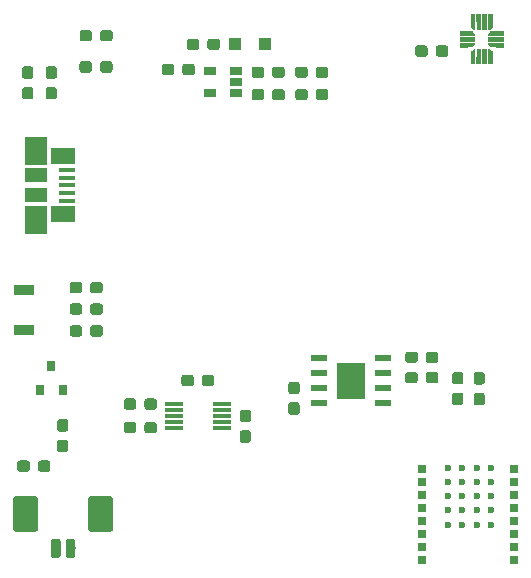
<source format=gbr>
G04 #@! TF.GenerationSoftware,KiCad,Pcbnew,5.0.2-bee76a0~70~ubuntu18.04.1*
G04 #@! TF.CreationDate,2020-07-09T21:56:47-07:00*
G04 #@! TF.ProjectId,light_thing_hw,6c696768-745f-4746-9869-6e675f68772e,rev?*
G04 #@! TF.SameCoordinates,Original*
G04 #@! TF.FileFunction,Paste,Bot*
G04 #@! TF.FilePolarity,Positive*
%FSLAX46Y46*%
G04 Gerber Fmt 4.6, Leading zero omitted, Abs format (unit mm)*
G04 Created by KiCad (PCBNEW 5.0.2-bee76a0~70~ubuntu18.04.1) date Thu 09 Jul 2020 09:56:47 PM PDT*
%MOMM*%
%LPD*%
G01*
G04 APERTURE LIST*
%ADD10C,0.152400*%
%ADD11C,0.100000*%
%ADD12C,0.950000*%
%ADD13R,1.000000X1.000000*%
%ADD14C,0.800000*%
%ADD15C,2.100000*%
%ADD16R,0.800000X0.900000*%
%ADD17R,1.700000X0.900000*%
%ADD18R,0.797560X0.698500*%
%ADD19C,0.599440*%
%ADD20R,1.498600X0.304800*%
%ADD21R,1.060000X0.650000*%
%ADD22R,2.413000X3.098800*%
%ADD23R,1.460500X0.533400*%
%ADD24R,1.380000X0.450000*%
%ADD25R,2.100000X1.475000*%
%ADD26R,1.900000X2.375000*%
%ADD27R,1.900000X1.175000*%
%ADD28C,0.400000*%
G04 APERTURE END LIST*
D10*
G04 #@! TO.C,U5*
X135263500Y-90330000D02*
X137476500Y-90330000D01*
X135263500Y-91679400D02*
X135263500Y-90330000D01*
X137476500Y-91679400D02*
X135263500Y-91679400D01*
X137476500Y-90330000D02*
X137476500Y-91679400D01*
X135263500Y-88780600D02*
X137476500Y-88780600D01*
X135263500Y-90130000D02*
X135263500Y-88780600D01*
X137476500Y-90130000D02*
X135263500Y-90130000D01*
X137476500Y-88780600D02*
X137476500Y-90130000D01*
G04 #@! TD*
D11*
G04 #@! TO.C,C5*
G36*
X124597183Y-89717299D02*
X124620238Y-89720718D01*
X124642847Y-89726382D01*
X124664791Y-89734234D01*
X124685861Y-89744199D01*
X124705852Y-89756181D01*
X124724572Y-89770065D01*
X124741842Y-89785717D01*
X124757494Y-89802987D01*
X124771378Y-89821707D01*
X124783360Y-89841698D01*
X124793325Y-89862768D01*
X124801177Y-89884712D01*
X124806841Y-89907321D01*
X124810260Y-89930376D01*
X124811404Y-89953655D01*
X124811404Y-90428655D01*
X124810260Y-90451934D01*
X124806841Y-90474989D01*
X124801177Y-90497598D01*
X124793325Y-90519542D01*
X124783360Y-90540612D01*
X124771378Y-90560603D01*
X124757494Y-90579323D01*
X124741842Y-90596593D01*
X124724572Y-90612245D01*
X124705852Y-90626129D01*
X124685861Y-90638111D01*
X124664791Y-90648076D01*
X124642847Y-90655928D01*
X124620238Y-90661592D01*
X124597183Y-90665011D01*
X124573904Y-90666155D01*
X123998904Y-90666155D01*
X123975625Y-90665011D01*
X123952570Y-90661592D01*
X123929961Y-90655928D01*
X123908017Y-90648076D01*
X123886947Y-90638111D01*
X123866956Y-90626129D01*
X123848236Y-90612245D01*
X123830966Y-90596593D01*
X123815314Y-90579323D01*
X123801430Y-90560603D01*
X123789448Y-90540612D01*
X123779483Y-90519542D01*
X123771631Y-90497598D01*
X123765967Y-90474989D01*
X123762548Y-90451934D01*
X123761404Y-90428655D01*
X123761404Y-89953655D01*
X123762548Y-89930376D01*
X123765967Y-89907321D01*
X123771631Y-89884712D01*
X123779483Y-89862768D01*
X123789448Y-89841698D01*
X123801430Y-89821707D01*
X123815314Y-89802987D01*
X123830966Y-89785717D01*
X123848236Y-89770065D01*
X123866956Y-89756181D01*
X123886947Y-89744199D01*
X123908017Y-89734234D01*
X123929961Y-89726382D01*
X123952570Y-89720718D01*
X123975625Y-89717299D01*
X123998904Y-89716155D01*
X124573904Y-89716155D01*
X124597183Y-89717299D01*
X124597183Y-89717299D01*
G37*
D12*
X124286404Y-90191155D03*
D11*
G36*
X122847183Y-89717299D02*
X122870238Y-89720718D01*
X122892847Y-89726382D01*
X122914791Y-89734234D01*
X122935861Y-89744199D01*
X122955852Y-89756181D01*
X122974572Y-89770065D01*
X122991842Y-89785717D01*
X123007494Y-89802987D01*
X123021378Y-89821707D01*
X123033360Y-89841698D01*
X123043325Y-89862768D01*
X123051177Y-89884712D01*
X123056841Y-89907321D01*
X123060260Y-89930376D01*
X123061404Y-89953655D01*
X123061404Y-90428655D01*
X123060260Y-90451934D01*
X123056841Y-90474989D01*
X123051177Y-90497598D01*
X123043325Y-90519542D01*
X123033360Y-90540612D01*
X123021378Y-90560603D01*
X123007494Y-90579323D01*
X122991842Y-90596593D01*
X122974572Y-90612245D01*
X122955852Y-90626129D01*
X122935861Y-90638111D01*
X122914791Y-90648076D01*
X122892847Y-90655928D01*
X122870238Y-90661592D01*
X122847183Y-90665011D01*
X122823904Y-90666155D01*
X122248904Y-90666155D01*
X122225625Y-90665011D01*
X122202570Y-90661592D01*
X122179961Y-90655928D01*
X122158017Y-90648076D01*
X122136947Y-90638111D01*
X122116956Y-90626129D01*
X122098236Y-90612245D01*
X122080966Y-90596593D01*
X122065314Y-90579323D01*
X122051430Y-90560603D01*
X122039448Y-90540612D01*
X122029483Y-90519542D01*
X122021631Y-90497598D01*
X122015967Y-90474989D01*
X122012548Y-90451934D01*
X122011404Y-90428655D01*
X122011404Y-89953655D01*
X122012548Y-89930376D01*
X122015967Y-89907321D01*
X122021631Y-89884712D01*
X122029483Y-89862768D01*
X122039448Y-89841698D01*
X122051430Y-89821707D01*
X122065314Y-89802987D01*
X122080966Y-89785717D01*
X122098236Y-89770065D01*
X122116956Y-89756181D01*
X122136947Y-89744199D01*
X122158017Y-89734234D01*
X122179961Y-89726382D01*
X122202570Y-89720718D01*
X122225625Y-89717299D01*
X122248904Y-89716155D01*
X122823904Y-89716155D01*
X122847183Y-89717299D01*
X122847183Y-89717299D01*
G37*
D12*
X122536404Y-90191155D03*
G04 #@! TD*
D11*
G04 #@! TO.C,C6*
G36*
X117972183Y-91717299D02*
X117995238Y-91720718D01*
X118017847Y-91726382D01*
X118039791Y-91734234D01*
X118060861Y-91744199D01*
X118080852Y-91756181D01*
X118099572Y-91770065D01*
X118116842Y-91785717D01*
X118132494Y-91802987D01*
X118146378Y-91821707D01*
X118158360Y-91841698D01*
X118168325Y-91862768D01*
X118176177Y-91884712D01*
X118181841Y-91907321D01*
X118185260Y-91930376D01*
X118186404Y-91953655D01*
X118186404Y-92428655D01*
X118185260Y-92451934D01*
X118181841Y-92474989D01*
X118176177Y-92497598D01*
X118168325Y-92519542D01*
X118158360Y-92540612D01*
X118146378Y-92560603D01*
X118132494Y-92579323D01*
X118116842Y-92596593D01*
X118099572Y-92612245D01*
X118080852Y-92626129D01*
X118060861Y-92638111D01*
X118039791Y-92648076D01*
X118017847Y-92655928D01*
X117995238Y-92661592D01*
X117972183Y-92665011D01*
X117948904Y-92666155D01*
X117373904Y-92666155D01*
X117350625Y-92665011D01*
X117327570Y-92661592D01*
X117304961Y-92655928D01*
X117283017Y-92648076D01*
X117261947Y-92638111D01*
X117241956Y-92626129D01*
X117223236Y-92612245D01*
X117205966Y-92596593D01*
X117190314Y-92579323D01*
X117176430Y-92560603D01*
X117164448Y-92540612D01*
X117154483Y-92519542D01*
X117146631Y-92497598D01*
X117140967Y-92474989D01*
X117137548Y-92451934D01*
X117136404Y-92428655D01*
X117136404Y-91953655D01*
X117137548Y-91930376D01*
X117140967Y-91907321D01*
X117146631Y-91884712D01*
X117154483Y-91862768D01*
X117164448Y-91841698D01*
X117176430Y-91821707D01*
X117190314Y-91802987D01*
X117205966Y-91785717D01*
X117223236Y-91770065D01*
X117241956Y-91756181D01*
X117261947Y-91744199D01*
X117283017Y-91734234D01*
X117304961Y-91726382D01*
X117327570Y-91720718D01*
X117350625Y-91717299D01*
X117373904Y-91716155D01*
X117948904Y-91716155D01*
X117972183Y-91717299D01*
X117972183Y-91717299D01*
G37*
D12*
X117661404Y-92191155D03*
D11*
G36*
X119722183Y-91717299D02*
X119745238Y-91720718D01*
X119767847Y-91726382D01*
X119789791Y-91734234D01*
X119810861Y-91744199D01*
X119830852Y-91756181D01*
X119849572Y-91770065D01*
X119866842Y-91785717D01*
X119882494Y-91802987D01*
X119896378Y-91821707D01*
X119908360Y-91841698D01*
X119918325Y-91862768D01*
X119926177Y-91884712D01*
X119931841Y-91907321D01*
X119935260Y-91930376D01*
X119936404Y-91953655D01*
X119936404Y-92428655D01*
X119935260Y-92451934D01*
X119931841Y-92474989D01*
X119926177Y-92497598D01*
X119918325Y-92519542D01*
X119908360Y-92540612D01*
X119896378Y-92560603D01*
X119882494Y-92579323D01*
X119866842Y-92596593D01*
X119849572Y-92612245D01*
X119830852Y-92626129D01*
X119810861Y-92638111D01*
X119789791Y-92648076D01*
X119767847Y-92655928D01*
X119745238Y-92661592D01*
X119722183Y-92665011D01*
X119698904Y-92666155D01*
X119123904Y-92666155D01*
X119100625Y-92665011D01*
X119077570Y-92661592D01*
X119054961Y-92655928D01*
X119033017Y-92648076D01*
X119011947Y-92638111D01*
X118991956Y-92626129D01*
X118973236Y-92612245D01*
X118955966Y-92596593D01*
X118940314Y-92579323D01*
X118926430Y-92560603D01*
X118914448Y-92540612D01*
X118904483Y-92519542D01*
X118896631Y-92497598D01*
X118890967Y-92474989D01*
X118887548Y-92451934D01*
X118886404Y-92428655D01*
X118886404Y-91953655D01*
X118887548Y-91930376D01*
X118890967Y-91907321D01*
X118896631Y-91884712D01*
X118904483Y-91862768D01*
X118914448Y-91841698D01*
X118926430Y-91821707D01*
X118940314Y-91802987D01*
X118955966Y-91785717D01*
X118973236Y-91770065D01*
X118991956Y-91756181D01*
X119011947Y-91744199D01*
X119033017Y-91734234D01*
X119054961Y-91726382D01*
X119077570Y-91720718D01*
X119100625Y-91717299D01*
X119123904Y-91716155D01*
X119698904Y-91716155D01*
X119722183Y-91717299D01*
X119722183Y-91717299D01*
G37*
D12*
X119411404Y-92191155D03*
G04 #@! TD*
D11*
G04 #@! TO.C,C8*
G36*
X121180779Y-63386144D02*
X121203834Y-63389563D01*
X121226443Y-63395227D01*
X121248387Y-63403079D01*
X121269457Y-63413044D01*
X121289448Y-63425026D01*
X121308168Y-63438910D01*
X121325438Y-63454562D01*
X121341090Y-63471832D01*
X121354974Y-63490552D01*
X121366956Y-63510543D01*
X121376921Y-63531613D01*
X121384773Y-63553557D01*
X121390437Y-63576166D01*
X121393856Y-63599221D01*
X121395000Y-63622500D01*
X121395000Y-64097500D01*
X121393856Y-64120779D01*
X121390437Y-64143834D01*
X121384773Y-64166443D01*
X121376921Y-64188387D01*
X121366956Y-64209457D01*
X121354974Y-64229448D01*
X121341090Y-64248168D01*
X121325438Y-64265438D01*
X121308168Y-64281090D01*
X121289448Y-64294974D01*
X121269457Y-64306956D01*
X121248387Y-64316921D01*
X121226443Y-64324773D01*
X121203834Y-64330437D01*
X121180779Y-64333856D01*
X121157500Y-64335000D01*
X120582500Y-64335000D01*
X120559221Y-64333856D01*
X120536166Y-64330437D01*
X120513557Y-64324773D01*
X120491613Y-64316921D01*
X120470543Y-64306956D01*
X120450552Y-64294974D01*
X120431832Y-64281090D01*
X120414562Y-64265438D01*
X120398910Y-64248168D01*
X120385026Y-64229448D01*
X120373044Y-64209457D01*
X120363079Y-64188387D01*
X120355227Y-64166443D01*
X120349563Y-64143834D01*
X120346144Y-64120779D01*
X120345000Y-64097500D01*
X120345000Y-63622500D01*
X120346144Y-63599221D01*
X120349563Y-63576166D01*
X120355227Y-63553557D01*
X120363079Y-63531613D01*
X120373044Y-63510543D01*
X120385026Y-63490552D01*
X120398910Y-63471832D01*
X120414562Y-63454562D01*
X120431832Y-63438910D01*
X120450552Y-63425026D01*
X120470543Y-63413044D01*
X120491613Y-63403079D01*
X120513557Y-63395227D01*
X120536166Y-63389563D01*
X120559221Y-63386144D01*
X120582500Y-63385000D01*
X121157500Y-63385000D01*
X121180779Y-63386144D01*
X121180779Y-63386144D01*
G37*
D12*
X120870000Y-63860000D03*
D11*
G36*
X122930779Y-63386144D02*
X122953834Y-63389563D01*
X122976443Y-63395227D01*
X122998387Y-63403079D01*
X123019457Y-63413044D01*
X123039448Y-63425026D01*
X123058168Y-63438910D01*
X123075438Y-63454562D01*
X123091090Y-63471832D01*
X123104974Y-63490552D01*
X123116956Y-63510543D01*
X123126921Y-63531613D01*
X123134773Y-63553557D01*
X123140437Y-63576166D01*
X123143856Y-63599221D01*
X123145000Y-63622500D01*
X123145000Y-64097500D01*
X123143856Y-64120779D01*
X123140437Y-64143834D01*
X123134773Y-64166443D01*
X123126921Y-64188387D01*
X123116956Y-64209457D01*
X123104974Y-64229448D01*
X123091090Y-64248168D01*
X123075438Y-64265438D01*
X123058168Y-64281090D01*
X123039448Y-64294974D01*
X123019457Y-64306956D01*
X122998387Y-64316921D01*
X122976443Y-64324773D01*
X122953834Y-64330437D01*
X122930779Y-64333856D01*
X122907500Y-64335000D01*
X122332500Y-64335000D01*
X122309221Y-64333856D01*
X122286166Y-64330437D01*
X122263557Y-64324773D01*
X122241613Y-64316921D01*
X122220543Y-64306956D01*
X122200552Y-64294974D01*
X122181832Y-64281090D01*
X122164562Y-64265438D01*
X122148910Y-64248168D01*
X122135026Y-64229448D01*
X122123044Y-64209457D01*
X122113079Y-64188387D01*
X122105227Y-64166443D01*
X122099563Y-64143834D01*
X122096144Y-64120779D01*
X122095000Y-64097500D01*
X122095000Y-63622500D01*
X122096144Y-63599221D01*
X122099563Y-63576166D01*
X122105227Y-63553557D01*
X122113079Y-63531613D01*
X122123044Y-63510543D01*
X122135026Y-63490552D01*
X122148910Y-63471832D01*
X122164562Y-63454562D01*
X122181832Y-63438910D01*
X122200552Y-63425026D01*
X122220543Y-63413044D01*
X122241613Y-63403079D01*
X122263557Y-63395227D01*
X122286166Y-63389563D01*
X122309221Y-63386144D01*
X122332500Y-63385000D01*
X122907500Y-63385000D01*
X122930779Y-63386144D01*
X122930779Y-63386144D01*
G37*
D12*
X122620000Y-63860000D03*
G04 #@! TD*
D11*
G04 #@! TO.C,C10*
G36*
X128790779Y-63616144D02*
X128813834Y-63619563D01*
X128836443Y-63625227D01*
X128858387Y-63633079D01*
X128879457Y-63643044D01*
X128899448Y-63655026D01*
X128918168Y-63668910D01*
X128935438Y-63684562D01*
X128951090Y-63701832D01*
X128964974Y-63720552D01*
X128976956Y-63740543D01*
X128986921Y-63761613D01*
X128994773Y-63783557D01*
X129000437Y-63806166D01*
X129003856Y-63829221D01*
X129005000Y-63852500D01*
X129005000Y-64327500D01*
X129003856Y-64350779D01*
X129000437Y-64373834D01*
X128994773Y-64396443D01*
X128986921Y-64418387D01*
X128976956Y-64439457D01*
X128964974Y-64459448D01*
X128951090Y-64478168D01*
X128935438Y-64495438D01*
X128918168Y-64511090D01*
X128899448Y-64524974D01*
X128879457Y-64536956D01*
X128858387Y-64546921D01*
X128836443Y-64554773D01*
X128813834Y-64560437D01*
X128790779Y-64563856D01*
X128767500Y-64565000D01*
X128192500Y-64565000D01*
X128169221Y-64563856D01*
X128146166Y-64560437D01*
X128123557Y-64554773D01*
X128101613Y-64546921D01*
X128080543Y-64536956D01*
X128060552Y-64524974D01*
X128041832Y-64511090D01*
X128024562Y-64495438D01*
X128008910Y-64478168D01*
X127995026Y-64459448D01*
X127983044Y-64439457D01*
X127973079Y-64418387D01*
X127965227Y-64396443D01*
X127959563Y-64373834D01*
X127956144Y-64350779D01*
X127955000Y-64327500D01*
X127955000Y-63852500D01*
X127956144Y-63829221D01*
X127959563Y-63806166D01*
X127965227Y-63783557D01*
X127973079Y-63761613D01*
X127983044Y-63740543D01*
X127995026Y-63720552D01*
X128008910Y-63701832D01*
X128024562Y-63684562D01*
X128041832Y-63668910D01*
X128060552Y-63655026D01*
X128080543Y-63643044D01*
X128101613Y-63633079D01*
X128123557Y-63625227D01*
X128146166Y-63619563D01*
X128169221Y-63616144D01*
X128192500Y-63615000D01*
X128767500Y-63615000D01*
X128790779Y-63616144D01*
X128790779Y-63616144D01*
G37*
D12*
X128480000Y-64090000D03*
D11*
G36*
X130540779Y-63616144D02*
X130563834Y-63619563D01*
X130586443Y-63625227D01*
X130608387Y-63633079D01*
X130629457Y-63643044D01*
X130649448Y-63655026D01*
X130668168Y-63668910D01*
X130685438Y-63684562D01*
X130701090Y-63701832D01*
X130714974Y-63720552D01*
X130726956Y-63740543D01*
X130736921Y-63761613D01*
X130744773Y-63783557D01*
X130750437Y-63806166D01*
X130753856Y-63829221D01*
X130755000Y-63852500D01*
X130755000Y-64327500D01*
X130753856Y-64350779D01*
X130750437Y-64373834D01*
X130744773Y-64396443D01*
X130736921Y-64418387D01*
X130726956Y-64439457D01*
X130714974Y-64459448D01*
X130701090Y-64478168D01*
X130685438Y-64495438D01*
X130668168Y-64511090D01*
X130649448Y-64524974D01*
X130629457Y-64536956D01*
X130608387Y-64546921D01*
X130586443Y-64554773D01*
X130563834Y-64560437D01*
X130540779Y-64563856D01*
X130517500Y-64565000D01*
X129942500Y-64565000D01*
X129919221Y-64563856D01*
X129896166Y-64560437D01*
X129873557Y-64554773D01*
X129851613Y-64546921D01*
X129830543Y-64536956D01*
X129810552Y-64524974D01*
X129791832Y-64511090D01*
X129774562Y-64495438D01*
X129758910Y-64478168D01*
X129745026Y-64459448D01*
X129733044Y-64439457D01*
X129723079Y-64418387D01*
X129715227Y-64396443D01*
X129709563Y-64373834D01*
X129706144Y-64350779D01*
X129705000Y-64327500D01*
X129705000Y-63852500D01*
X129706144Y-63829221D01*
X129709563Y-63806166D01*
X129715227Y-63783557D01*
X129723079Y-63761613D01*
X129733044Y-63740543D01*
X129745026Y-63720552D01*
X129758910Y-63701832D01*
X129774562Y-63684562D01*
X129791832Y-63668910D01*
X129810552Y-63655026D01*
X129830543Y-63643044D01*
X129851613Y-63633079D01*
X129873557Y-63625227D01*
X129896166Y-63619563D01*
X129919221Y-63616144D01*
X129942500Y-63615000D01*
X130517500Y-63615000D01*
X130540779Y-63616144D01*
X130540779Y-63616144D01*
G37*
D12*
X130230000Y-64090000D03*
G04 #@! TD*
D11*
G04 #@! TO.C,C11*
G36*
X144390779Y-61825540D02*
X144413834Y-61828959D01*
X144436443Y-61834623D01*
X144458387Y-61842475D01*
X144479457Y-61852440D01*
X144499448Y-61864422D01*
X144518168Y-61878306D01*
X144535438Y-61893958D01*
X144551090Y-61911228D01*
X144564974Y-61929948D01*
X144576956Y-61949939D01*
X144586921Y-61971009D01*
X144594773Y-61992953D01*
X144600437Y-62015562D01*
X144603856Y-62038617D01*
X144605000Y-62061896D01*
X144605000Y-62536896D01*
X144603856Y-62560175D01*
X144600437Y-62583230D01*
X144594773Y-62605839D01*
X144586921Y-62627783D01*
X144576956Y-62648853D01*
X144564974Y-62668844D01*
X144551090Y-62687564D01*
X144535438Y-62704834D01*
X144518168Y-62720486D01*
X144499448Y-62734370D01*
X144479457Y-62746352D01*
X144458387Y-62756317D01*
X144436443Y-62764169D01*
X144413834Y-62769833D01*
X144390779Y-62773252D01*
X144367500Y-62774396D01*
X143792500Y-62774396D01*
X143769221Y-62773252D01*
X143746166Y-62769833D01*
X143723557Y-62764169D01*
X143701613Y-62756317D01*
X143680543Y-62746352D01*
X143660552Y-62734370D01*
X143641832Y-62720486D01*
X143624562Y-62704834D01*
X143608910Y-62687564D01*
X143595026Y-62668844D01*
X143583044Y-62648853D01*
X143573079Y-62627783D01*
X143565227Y-62605839D01*
X143559563Y-62583230D01*
X143556144Y-62560175D01*
X143555000Y-62536896D01*
X143555000Y-62061896D01*
X143556144Y-62038617D01*
X143559563Y-62015562D01*
X143565227Y-61992953D01*
X143573079Y-61971009D01*
X143583044Y-61949939D01*
X143595026Y-61929948D01*
X143608910Y-61911228D01*
X143624562Y-61893958D01*
X143641832Y-61878306D01*
X143660552Y-61864422D01*
X143680543Y-61852440D01*
X143701613Y-61842475D01*
X143723557Y-61834623D01*
X143746166Y-61828959D01*
X143769221Y-61825540D01*
X143792500Y-61824396D01*
X144367500Y-61824396D01*
X144390779Y-61825540D01*
X144390779Y-61825540D01*
G37*
D12*
X144080000Y-62299396D03*
D11*
G36*
X142640779Y-61825540D02*
X142663834Y-61828959D01*
X142686443Y-61834623D01*
X142708387Y-61842475D01*
X142729457Y-61852440D01*
X142749448Y-61864422D01*
X142768168Y-61878306D01*
X142785438Y-61893958D01*
X142801090Y-61911228D01*
X142814974Y-61929948D01*
X142826956Y-61949939D01*
X142836921Y-61971009D01*
X142844773Y-61992953D01*
X142850437Y-62015562D01*
X142853856Y-62038617D01*
X142855000Y-62061896D01*
X142855000Y-62536896D01*
X142853856Y-62560175D01*
X142850437Y-62583230D01*
X142844773Y-62605839D01*
X142836921Y-62627783D01*
X142826956Y-62648853D01*
X142814974Y-62668844D01*
X142801090Y-62687564D01*
X142785438Y-62704834D01*
X142768168Y-62720486D01*
X142749448Y-62734370D01*
X142729457Y-62746352D01*
X142708387Y-62756317D01*
X142686443Y-62764169D01*
X142663834Y-62769833D01*
X142640779Y-62773252D01*
X142617500Y-62774396D01*
X142042500Y-62774396D01*
X142019221Y-62773252D01*
X141996166Y-62769833D01*
X141973557Y-62764169D01*
X141951613Y-62756317D01*
X141930543Y-62746352D01*
X141910552Y-62734370D01*
X141891832Y-62720486D01*
X141874562Y-62704834D01*
X141858910Y-62687564D01*
X141845026Y-62668844D01*
X141833044Y-62648853D01*
X141823079Y-62627783D01*
X141815227Y-62605839D01*
X141809563Y-62583230D01*
X141806144Y-62560175D01*
X141805000Y-62536896D01*
X141805000Y-62061896D01*
X141806144Y-62038617D01*
X141809563Y-62015562D01*
X141815227Y-61992953D01*
X141823079Y-61971009D01*
X141833044Y-61949939D01*
X141845026Y-61929948D01*
X141858910Y-61911228D01*
X141874562Y-61893958D01*
X141891832Y-61878306D01*
X141910552Y-61864422D01*
X141930543Y-61852440D01*
X141951613Y-61842475D01*
X141973557Y-61834623D01*
X141996166Y-61828959D01*
X142019221Y-61825540D01*
X142042500Y-61824396D01*
X142617500Y-61824396D01*
X142640779Y-61825540D01*
X142640779Y-61825540D01*
G37*
D12*
X142330000Y-62299396D03*
G04 #@! TD*
D11*
G04 #@! TO.C,C12*
G36*
X130540779Y-65526144D02*
X130563834Y-65529563D01*
X130586443Y-65535227D01*
X130608387Y-65543079D01*
X130629457Y-65553044D01*
X130649448Y-65565026D01*
X130668168Y-65578910D01*
X130685438Y-65594562D01*
X130701090Y-65611832D01*
X130714974Y-65630552D01*
X130726956Y-65650543D01*
X130736921Y-65671613D01*
X130744773Y-65693557D01*
X130750437Y-65716166D01*
X130753856Y-65739221D01*
X130755000Y-65762500D01*
X130755000Y-66237500D01*
X130753856Y-66260779D01*
X130750437Y-66283834D01*
X130744773Y-66306443D01*
X130736921Y-66328387D01*
X130726956Y-66349457D01*
X130714974Y-66369448D01*
X130701090Y-66388168D01*
X130685438Y-66405438D01*
X130668168Y-66421090D01*
X130649448Y-66434974D01*
X130629457Y-66446956D01*
X130608387Y-66456921D01*
X130586443Y-66464773D01*
X130563834Y-66470437D01*
X130540779Y-66473856D01*
X130517500Y-66475000D01*
X129942500Y-66475000D01*
X129919221Y-66473856D01*
X129896166Y-66470437D01*
X129873557Y-66464773D01*
X129851613Y-66456921D01*
X129830543Y-66446956D01*
X129810552Y-66434974D01*
X129791832Y-66421090D01*
X129774562Y-66405438D01*
X129758910Y-66388168D01*
X129745026Y-66369448D01*
X129733044Y-66349457D01*
X129723079Y-66328387D01*
X129715227Y-66306443D01*
X129709563Y-66283834D01*
X129706144Y-66260779D01*
X129705000Y-66237500D01*
X129705000Y-65762500D01*
X129706144Y-65739221D01*
X129709563Y-65716166D01*
X129715227Y-65693557D01*
X129723079Y-65671613D01*
X129733044Y-65650543D01*
X129745026Y-65630552D01*
X129758910Y-65611832D01*
X129774562Y-65594562D01*
X129791832Y-65578910D01*
X129810552Y-65565026D01*
X129830543Y-65553044D01*
X129851613Y-65543079D01*
X129873557Y-65535227D01*
X129896166Y-65529563D01*
X129919221Y-65526144D01*
X129942500Y-65525000D01*
X130517500Y-65525000D01*
X130540779Y-65526144D01*
X130540779Y-65526144D01*
G37*
D12*
X130230000Y-66000000D03*
D11*
G36*
X128790779Y-65526144D02*
X128813834Y-65529563D01*
X128836443Y-65535227D01*
X128858387Y-65543079D01*
X128879457Y-65553044D01*
X128899448Y-65565026D01*
X128918168Y-65578910D01*
X128935438Y-65594562D01*
X128951090Y-65611832D01*
X128964974Y-65630552D01*
X128976956Y-65650543D01*
X128986921Y-65671613D01*
X128994773Y-65693557D01*
X129000437Y-65716166D01*
X129003856Y-65739221D01*
X129005000Y-65762500D01*
X129005000Y-66237500D01*
X129003856Y-66260779D01*
X129000437Y-66283834D01*
X128994773Y-66306443D01*
X128986921Y-66328387D01*
X128976956Y-66349457D01*
X128964974Y-66369448D01*
X128951090Y-66388168D01*
X128935438Y-66405438D01*
X128918168Y-66421090D01*
X128899448Y-66434974D01*
X128879457Y-66446956D01*
X128858387Y-66456921D01*
X128836443Y-66464773D01*
X128813834Y-66470437D01*
X128790779Y-66473856D01*
X128767500Y-66475000D01*
X128192500Y-66475000D01*
X128169221Y-66473856D01*
X128146166Y-66470437D01*
X128123557Y-66464773D01*
X128101613Y-66456921D01*
X128080543Y-66446956D01*
X128060552Y-66434974D01*
X128041832Y-66421090D01*
X128024562Y-66405438D01*
X128008910Y-66388168D01*
X127995026Y-66369448D01*
X127983044Y-66349457D01*
X127973079Y-66328387D01*
X127965227Y-66306443D01*
X127959563Y-66283834D01*
X127956144Y-66260779D01*
X127955000Y-66237500D01*
X127955000Y-65762500D01*
X127956144Y-65739221D01*
X127959563Y-65716166D01*
X127965227Y-65693557D01*
X127973079Y-65671613D01*
X127983044Y-65650543D01*
X127995026Y-65630552D01*
X128008910Y-65611832D01*
X128024562Y-65594562D01*
X128041832Y-65578910D01*
X128060552Y-65565026D01*
X128080543Y-65553044D01*
X128101613Y-65543079D01*
X128123557Y-65535227D01*
X128146166Y-65529563D01*
X128169221Y-65526144D01*
X128192500Y-65525000D01*
X128767500Y-65525000D01*
X128790779Y-65526144D01*
X128790779Y-65526144D01*
G37*
D12*
X128480000Y-66000000D03*
G04 #@! TD*
D11*
G04 #@! TO.C,C13*
G36*
X115130779Y-85526144D02*
X115153834Y-85529563D01*
X115176443Y-85535227D01*
X115198387Y-85543079D01*
X115219457Y-85553044D01*
X115239448Y-85565026D01*
X115258168Y-85578910D01*
X115275438Y-85594562D01*
X115291090Y-85611832D01*
X115304974Y-85630552D01*
X115316956Y-85650543D01*
X115326921Y-85671613D01*
X115334773Y-85693557D01*
X115340437Y-85716166D01*
X115343856Y-85739221D01*
X115345000Y-85762500D01*
X115345000Y-86237500D01*
X115343856Y-86260779D01*
X115340437Y-86283834D01*
X115334773Y-86306443D01*
X115326921Y-86328387D01*
X115316956Y-86349457D01*
X115304974Y-86369448D01*
X115291090Y-86388168D01*
X115275438Y-86405438D01*
X115258168Y-86421090D01*
X115239448Y-86434974D01*
X115219457Y-86446956D01*
X115198387Y-86456921D01*
X115176443Y-86464773D01*
X115153834Y-86470437D01*
X115130779Y-86473856D01*
X115107500Y-86475000D01*
X114532500Y-86475000D01*
X114509221Y-86473856D01*
X114486166Y-86470437D01*
X114463557Y-86464773D01*
X114441613Y-86456921D01*
X114420543Y-86446956D01*
X114400552Y-86434974D01*
X114381832Y-86421090D01*
X114364562Y-86405438D01*
X114348910Y-86388168D01*
X114335026Y-86369448D01*
X114323044Y-86349457D01*
X114313079Y-86328387D01*
X114305227Y-86306443D01*
X114299563Y-86283834D01*
X114296144Y-86260779D01*
X114295000Y-86237500D01*
X114295000Y-85762500D01*
X114296144Y-85739221D01*
X114299563Y-85716166D01*
X114305227Y-85693557D01*
X114313079Y-85671613D01*
X114323044Y-85650543D01*
X114335026Y-85630552D01*
X114348910Y-85611832D01*
X114364562Y-85594562D01*
X114381832Y-85578910D01*
X114400552Y-85565026D01*
X114420543Y-85553044D01*
X114441613Y-85543079D01*
X114463557Y-85535227D01*
X114486166Y-85529563D01*
X114509221Y-85526144D01*
X114532500Y-85525000D01*
X115107500Y-85525000D01*
X115130779Y-85526144D01*
X115130779Y-85526144D01*
G37*
D12*
X114820000Y-86000000D03*
D11*
G36*
X113380779Y-85526144D02*
X113403834Y-85529563D01*
X113426443Y-85535227D01*
X113448387Y-85543079D01*
X113469457Y-85553044D01*
X113489448Y-85565026D01*
X113508168Y-85578910D01*
X113525438Y-85594562D01*
X113541090Y-85611832D01*
X113554974Y-85630552D01*
X113566956Y-85650543D01*
X113576921Y-85671613D01*
X113584773Y-85693557D01*
X113590437Y-85716166D01*
X113593856Y-85739221D01*
X113595000Y-85762500D01*
X113595000Y-86237500D01*
X113593856Y-86260779D01*
X113590437Y-86283834D01*
X113584773Y-86306443D01*
X113576921Y-86328387D01*
X113566956Y-86349457D01*
X113554974Y-86369448D01*
X113541090Y-86388168D01*
X113525438Y-86405438D01*
X113508168Y-86421090D01*
X113489448Y-86434974D01*
X113469457Y-86446956D01*
X113448387Y-86456921D01*
X113426443Y-86464773D01*
X113403834Y-86470437D01*
X113380779Y-86473856D01*
X113357500Y-86475000D01*
X112782500Y-86475000D01*
X112759221Y-86473856D01*
X112736166Y-86470437D01*
X112713557Y-86464773D01*
X112691613Y-86456921D01*
X112670543Y-86446956D01*
X112650552Y-86434974D01*
X112631832Y-86421090D01*
X112614562Y-86405438D01*
X112598910Y-86388168D01*
X112585026Y-86369448D01*
X112573044Y-86349457D01*
X112563079Y-86328387D01*
X112555227Y-86306443D01*
X112549563Y-86283834D01*
X112546144Y-86260779D01*
X112545000Y-86237500D01*
X112545000Y-85762500D01*
X112546144Y-85739221D01*
X112549563Y-85716166D01*
X112555227Y-85693557D01*
X112563079Y-85671613D01*
X112573044Y-85650543D01*
X112585026Y-85630552D01*
X112598910Y-85611832D01*
X112614562Y-85594562D01*
X112631832Y-85578910D01*
X112650552Y-85565026D01*
X112670543Y-85553044D01*
X112691613Y-85543079D01*
X112713557Y-85535227D01*
X112736166Y-85529563D01*
X112759221Y-85526144D01*
X112782500Y-85525000D01*
X113357500Y-85525000D01*
X113380779Y-85526144D01*
X113380779Y-85526144D01*
G37*
D12*
X113070000Y-86000000D03*
G04 #@! TD*
D11*
G04 #@! TO.C,C14*
G36*
X131800779Y-90286144D02*
X131823834Y-90289563D01*
X131846443Y-90295227D01*
X131868387Y-90303079D01*
X131889457Y-90313044D01*
X131909448Y-90325026D01*
X131928168Y-90338910D01*
X131945438Y-90354562D01*
X131961090Y-90371832D01*
X131974974Y-90390552D01*
X131986956Y-90410543D01*
X131996921Y-90431613D01*
X132004773Y-90453557D01*
X132010437Y-90476166D01*
X132013856Y-90499221D01*
X132015000Y-90522500D01*
X132015000Y-91097500D01*
X132013856Y-91120779D01*
X132010437Y-91143834D01*
X132004773Y-91166443D01*
X131996921Y-91188387D01*
X131986956Y-91209457D01*
X131974974Y-91229448D01*
X131961090Y-91248168D01*
X131945438Y-91265438D01*
X131928168Y-91281090D01*
X131909448Y-91294974D01*
X131889457Y-91306956D01*
X131868387Y-91316921D01*
X131846443Y-91324773D01*
X131823834Y-91330437D01*
X131800779Y-91333856D01*
X131777500Y-91335000D01*
X131302500Y-91335000D01*
X131279221Y-91333856D01*
X131256166Y-91330437D01*
X131233557Y-91324773D01*
X131211613Y-91316921D01*
X131190543Y-91306956D01*
X131170552Y-91294974D01*
X131151832Y-91281090D01*
X131134562Y-91265438D01*
X131118910Y-91248168D01*
X131105026Y-91229448D01*
X131093044Y-91209457D01*
X131083079Y-91188387D01*
X131075227Y-91166443D01*
X131069563Y-91143834D01*
X131066144Y-91120779D01*
X131065000Y-91097500D01*
X131065000Y-90522500D01*
X131066144Y-90499221D01*
X131069563Y-90476166D01*
X131075227Y-90453557D01*
X131083079Y-90431613D01*
X131093044Y-90410543D01*
X131105026Y-90390552D01*
X131118910Y-90371832D01*
X131134562Y-90354562D01*
X131151832Y-90338910D01*
X131170552Y-90325026D01*
X131190543Y-90313044D01*
X131211613Y-90303079D01*
X131233557Y-90295227D01*
X131256166Y-90289563D01*
X131279221Y-90286144D01*
X131302500Y-90285000D01*
X131777500Y-90285000D01*
X131800779Y-90286144D01*
X131800779Y-90286144D01*
G37*
D12*
X131540000Y-90810000D03*
D11*
G36*
X131800779Y-92036144D02*
X131823834Y-92039563D01*
X131846443Y-92045227D01*
X131868387Y-92053079D01*
X131889457Y-92063044D01*
X131909448Y-92075026D01*
X131928168Y-92088910D01*
X131945438Y-92104562D01*
X131961090Y-92121832D01*
X131974974Y-92140552D01*
X131986956Y-92160543D01*
X131996921Y-92181613D01*
X132004773Y-92203557D01*
X132010437Y-92226166D01*
X132013856Y-92249221D01*
X132015000Y-92272500D01*
X132015000Y-92847500D01*
X132013856Y-92870779D01*
X132010437Y-92893834D01*
X132004773Y-92916443D01*
X131996921Y-92938387D01*
X131986956Y-92959457D01*
X131974974Y-92979448D01*
X131961090Y-92998168D01*
X131945438Y-93015438D01*
X131928168Y-93031090D01*
X131909448Y-93044974D01*
X131889457Y-93056956D01*
X131868387Y-93066921D01*
X131846443Y-93074773D01*
X131823834Y-93080437D01*
X131800779Y-93083856D01*
X131777500Y-93085000D01*
X131302500Y-93085000D01*
X131279221Y-93083856D01*
X131256166Y-93080437D01*
X131233557Y-93074773D01*
X131211613Y-93066921D01*
X131190543Y-93056956D01*
X131170552Y-93044974D01*
X131151832Y-93031090D01*
X131134562Y-93015438D01*
X131118910Y-92998168D01*
X131105026Y-92979448D01*
X131093044Y-92959457D01*
X131083079Y-92938387D01*
X131075227Y-92916443D01*
X131069563Y-92893834D01*
X131066144Y-92870779D01*
X131065000Y-92847500D01*
X131065000Y-92272500D01*
X131066144Y-92249221D01*
X131069563Y-92226166D01*
X131075227Y-92203557D01*
X131083079Y-92181613D01*
X131093044Y-92160543D01*
X131105026Y-92140552D01*
X131118910Y-92121832D01*
X131134562Y-92104562D01*
X131151832Y-92088910D01*
X131170552Y-92075026D01*
X131190543Y-92063044D01*
X131211613Y-92053079D01*
X131233557Y-92045227D01*
X131256166Y-92039563D01*
X131279221Y-92036144D01*
X131302500Y-92035000D01*
X131777500Y-92035000D01*
X131800779Y-92036144D01*
X131800779Y-92036144D01*
G37*
D12*
X131540000Y-92560000D03*
G04 #@! TD*
D11*
G04 #@! TO.C,C15*
G36*
X141800779Y-89476144D02*
X141823834Y-89479563D01*
X141846443Y-89485227D01*
X141868387Y-89493079D01*
X141889457Y-89503044D01*
X141909448Y-89515026D01*
X141928168Y-89528910D01*
X141945438Y-89544562D01*
X141961090Y-89561832D01*
X141974974Y-89580552D01*
X141986956Y-89600543D01*
X141996921Y-89621613D01*
X142004773Y-89643557D01*
X142010437Y-89666166D01*
X142013856Y-89689221D01*
X142015000Y-89712500D01*
X142015000Y-90187500D01*
X142013856Y-90210779D01*
X142010437Y-90233834D01*
X142004773Y-90256443D01*
X141996921Y-90278387D01*
X141986956Y-90299457D01*
X141974974Y-90319448D01*
X141961090Y-90338168D01*
X141945438Y-90355438D01*
X141928168Y-90371090D01*
X141909448Y-90384974D01*
X141889457Y-90396956D01*
X141868387Y-90406921D01*
X141846443Y-90414773D01*
X141823834Y-90420437D01*
X141800779Y-90423856D01*
X141777500Y-90425000D01*
X141202500Y-90425000D01*
X141179221Y-90423856D01*
X141156166Y-90420437D01*
X141133557Y-90414773D01*
X141111613Y-90406921D01*
X141090543Y-90396956D01*
X141070552Y-90384974D01*
X141051832Y-90371090D01*
X141034562Y-90355438D01*
X141018910Y-90338168D01*
X141005026Y-90319448D01*
X140993044Y-90299457D01*
X140983079Y-90278387D01*
X140975227Y-90256443D01*
X140969563Y-90233834D01*
X140966144Y-90210779D01*
X140965000Y-90187500D01*
X140965000Y-89712500D01*
X140966144Y-89689221D01*
X140969563Y-89666166D01*
X140975227Y-89643557D01*
X140983079Y-89621613D01*
X140993044Y-89600543D01*
X141005026Y-89580552D01*
X141018910Y-89561832D01*
X141034562Y-89544562D01*
X141051832Y-89528910D01*
X141070552Y-89515026D01*
X141090543Y-89503044D01*
X141111613Y-89493079D01*
X141133557Y-89485227D01*
X141156166Y-89479563D01*
X141179221Y-89476144D01*
X141202500Y-89475000D01*
X141777500Y-89475000D01*
X141800779Y-89476144D01*
X141800779Y-89476144D01*
G37*
D12*
X141490000Y-89950000D03*
D11*
G36*
X143550779Y-89476144D02*
X143573834Y-89479563D01*
X143596443Y-89485227D01*
X143618387Y-89493079D01*
X143639457Y-89503044D01*
X143659448Y-89515026D01*
X143678168Y-89528910D01*
X143695438Y-89544562D01*
X143711090Y-89561832D01*
X143724974Y-89580552D01*
X143736956Y-89600543D01*
X143746921Y-89621613D01*
X143754773Y-89643557D01*
X143760437Y-89666166D01*
X143763856Y-89689221D01*
X143765000Y-89712500D01*
X143765000Y-90187500D01*
X143763856Y-90210779D01*
X143760437Y-90233834D01*
X143754773Y-90256443D01*
X143746921Y-90278387D01*
X143736956Y-90299457D01*
X143724974Y-90319448D01*
X143711090Y-90338168D01*
X143695438Y-90355438D01*
X143678168Y-90371090D01*
X143659448Y-90384974D01*
X143639457Y-90396956D01*
X143618387Y-90406921D01*
X143596443Y-90414773D01*
X143573834Y-90420437D01*
X143550779Y-90423856D01*
X143527500Y-90425000D01*
X142952500Y-90425000D01*
X142929221Y-90423856D01*
X142906166Y-90420437D01*
X142883557Y-90414773D01*
X142861613Y-90406921D01*
X142840543Y-90396956D01*
X142820552Y-90384974D01*
X142801832Y-90371090D01*
X142784562Y-90355438D01*
X142768910Y-90338168D01*
X142755026Y-90319448D01*
X142743044Y-90299457D01*
X142733079Y-90278387D01*
X142725227Y-90256443D01*
X142719563Y-90233834D01*
X142716144Y-90210779D01*
X142715000Y-90187500D01*
X142715000Y-89712500D01*
X142716144Y-89689221D01*
X142719563Y-89666166D01*
X142725227Y-89643557D01*
X142733079Y-89621613D01*
X142743044Y-89600543D01*
X142755026Y-89580552D01*
X142768910Y-89561832D01*
X142784562Y-89544562D01*
X142801832Y-89528910D01*
X142820552Y-89515026D01*
X142840543Y-89503044D01*
X142861613Y-89493079D01*
X142883557Y-89485227D01*
X142906166Y-89479563D01*
X142929221Y-89476144D01*
X142952500Y-89475000D01*
X143527500Y-89475000D01*
X143550779Y-89476144D01*
X143550779Y-89476144D01*
G37*
D12*
X143240000Y-89950000D03*
G04 #@! TD*
D11*
G04 #@! TO.C,C18*
G36*
X143555779Y-87756144D02*
X143578834Y-87759563D01*
X143601443Y-87765227D01*
X143623387Y-87773079D01*
X143644457Y-87783044D01*
X143664448Y-87795026D01*
X143683168Y-87808910D01*
X143700438Y-87824562D01*
X143716090Y-87841832D01*
X143729974Y-87860552D01*
X143741956Y-87880543D01*
X143751921Y-87901613D01*
X143759773Y-87923557D01*
X143765437Y-87946166D01*
X143768856Y-87969221D01*
X143770000Y-87992500D01*
X143770000Y-88467500D01*
X143768856Y-88490779D01*
X143765437Y-88513834D01*
X143759773Y-88536443D01*
X143751921Y-88558387D01*
X143741956Y-88579457D01*
X143729974Y-88599448D01*
X143716090Y-88618168D01*
X143700438Y-88635438D01*
X143683168Y-88651090D01*
X143664448Y-88664974D01*
X143644457Y-88676956D01*
X143623387Y-88686921D01*
X143601443Y-88694773D01*
X143578834Y-88700437D01*
X143555779Y-88703856D01*
X143532500Y-88705000D01*
X142957500Y-88705000D01*
X142934221Y-88703856D01*
X142911166Y-88700437D01*
X142888557Y-88694773D01*
X142866613Y-88686921D01*
X142845543Y-88676956D01*
X142825552Y-88664974D01*
X142806832Y-88651090D01*
X142789562Y-88635438D01*
X142773910Y-88618168D01*
X142760026Y-88599448D01*
X142748044Y-88579457D01*
X142738079Y-88558387D01*
X142730227Y-88536443D01*
X142724563Y-88513834D01*
X142721144Y-88490779D01*
X142720000Y-88467500D01*
X142720000Y-87992500D01*
X142721144Y-87969221D01*
X142724563Y-87946166D01*
X142730227Y-87923557D01*
X142738079Y-87901613D01*
X142748044Y-87880543D01*
X142760026Y-87860552D01*
X142773910Y-87841832D01*
X142789562Y-87824562D01*
X142806832Y-87808910D01*
X142825552Y-87795026D01*
X142845543Y-87783044D01*
X142866613Y-87773079D01*
X142888557Y-87765227D01*
X142911166Y-87759563D01*
X142934221Y-87756144D01*
X142957500Y-87755000D01*
X143532500Y-87755000D01*
X143555779Y-87756144D01*
X143555779Y-87756144D01*
G37*
D12*
X143245000Y-88230000D03*
D11*
G36*
X141805779Y-87756144D02*
X141828834Y-87759563D01*
X141851443Y-87765227D01*
X141873387Y-87773079D01*
X141894457Y-87783044D01*
X141914448Y-87795026D01*
X141933168Y-87808910D01*
X141950438Y-87824562D01*
X141966090Y-87841832D01*
X141979974Y-87860552D01*
X141991956Y-87880543D01*
X142001921Y-87901613D01*
X142009773Y-87923557D01*
X142015437Y-87946166D01*
X142018856Y-87969221D01*
X142020000Y-87992500D01*
X142020000Y-88467500D01*
X142018856Y-88490779D01*
X142015437Y-88513834D01*
X142009773Y-88536443D01*
X142001921Y-88558387D01*
X141991956Y-88579457D01*
X141979974Y-88599448D01*
X141966090Y-88618168D01*
X141950438Y-88635438D01*
X141933168Y-88651090D01*
X141914448Y-88664974D01*
X141894457Y-88676956D01*
X141873387Y-88686921D01*
X141851443Y-88694773D01*
X141828834Y-88700437D01*
X141805779Y-88703856D01*
X141782500Y-88705000D01*
X141207500Y-88705000D01*
X141184221Y-88703856D01*
X141161166Y-88700437D01*
X141138557Y-88694773D01*
X141116613Y-88686921D01*
X141095543Y-88676956D01*
X141075552Y-88664974D01*
X141056832Y-88651090D01*
X141039562Y-88635438D01*
X141023910Y-88618168D01*
X141010026Y-88599448D01*
X140998044Y-88579457D01*
X140988079Y-88558387D01*
X140980227Y-88536443D01*
X140974563Y-88513834D01*
X140971144Y-88490779D01*
X140970000Y-88467500D01*
X140970000Y-87992500D01*
X140971144Y-87969221D01*
X140974563Y-87946166D01*
X140980227Y-87923557D01*
X140988079Y-87901613D01*
X140998044Y-87880543D01*
X141010026Y-87860552D01*
X141023910Y-87841832D01*
X141039562Y-87824562D01*
X141056832Y-87808910D01*
X141075552Y-87795026D01*
X141095543Y-87783044D01*
X141116613Y-87773079D01*
X141138557Y-87765227D01*
X141161166Y-87759563D01*
X141184221Y-87756144D01*
X141207500Y-87755000D01*
X141782500Y-87755000D01*
X141805779Y-87756144D01*
X141805779Y-87756144D01*
G37*
D12*
X141495000Y-88230000D03*
G04 #@! TD*
D13*
G04 #@! TO.C,D1*
X126560000Y-61720000D03*
X129060000Y-61720000D03*
G04 #@! TD*
D11*
G04 #@! TO.C,D2*
G36*
X109260779Y-65351144D02*
X109283834Y-65354563D01*
X109306443Y-65360227D01*
X109328387Y-65368079D01*
X109349457Y-65378044D01*
X109369448Y-65390026D01*
X109388168Y-65403910D01*
X109405438Y-65419562D01*
X109421090Y-65436832D01*
X109434974Y-65455552D01*
X109446956Y-65475543D01*
X109456921Y-65496613D01*
X109464773Y-65518557D01*
X109470437Y-65541166D01*
X109473856Y-65564221D01*
X109475000Y-65587500D01*
X109475000Y-66162500D01*
X109473856Y-66185779D01*
X109470437Y-66208834D01*
X109464773Y-66231443D01*
X109456921Y-66253387D01*
X109446956Y-66274457D01*
X109434974Y-66294448D01*
X109421090Y-66313168D01*
X109405438Y-66330438D01*
X109388168Y-66346090D01*
X109369448Y-66359974D01*
X109349457Y-66371956D01*
X109328387Y-66381921D01*
X109306443Y-66389773D01*
X109283834Y-66395437D01*
X109260779Y-66398856D01*
X109237500Y-66400000D01*
X108762500Y-66400000D01*
X108739221Y-66398856D01*
X108716166Y-66395437D01*
X108693557Y-66389773D01*
X108671613Y-66381921D01*
X108650543Y-66371956D01*
X108630552Y-66359974D01*
X108611832Y-66346090D01*
X108594562Y-66330438D01*
X108578910Y-66313168D01*
X108565026Y-66294448D01*
X108553044Y-66274457D01*
X108543079Y-66253387D01*
X108535227Y-66231443D01*
X108529563Y-66208834D01*
X108526144Y-66185779D01*
X108525000Y-66162500D01*
X108525000Y-65587500D01*
X108526144Y-65564221D01*
X108529563Y-65541166D01*
X108535227Y-65518557D01*
X108543079Y-65496613D01*
X108553044Y-65475543D01*
X108565026Y-65455552D01*
X108578910Y-65436832D01*
X108594562Y-65419562D01*
X108611832Y-65403910D01*
X108630552Y-65390026D01*
X108650543Y-65378044D01*
X108671613Y-65368079D01*
X108693557Y-65360227D01*
X108716166Y-65354563D01*
X108739221Y-65351144D01*
X108762500Y-65350000D01*
X109237500Y-65350000D01*
X109260779Y-65351144D01*
X109260779Y-65351144D01*
G37*
D12*
X109000000Y-65875000D03*
D11*
G36*
X109260779Y-63601144D02*
X109283834Y-63604563D01*
X109306443Y-63610227D01*
X109328387Y-63618079D01*
X109349457Y-63628044D01*
X109369448Y-63640026D01*
X109388168Y-63653910D01*
X109405438Y-63669562D01*
X109421090Y-63686832D01*
X109434974Y-63705552D01*
X109446956Y-63725543D01*
X109456921Y-63746613D01*
X109464773Y-63768557D01*
X109470437Y-63791166D01*
X109473856Y-63814221D01*
X109475000Y-63837500D01*
X109475000Y-64412500D01*
X109473856Y-64435779D01*
X109470437Y-64458834D01*
X109464773Y-64481443D01*
X109456921Y-64503387D01*
X109446956Y-64524457D01*
X109434974Y-64544448D01*
X109421090Y-64563168D01*
X109405438Y-64580438D01*
X109388168Y-64596090D01*
X109369448Y-64609974D01*
X109349457Y-64621956D01*
X109328387Y-64631921D01*
X109306443Y-64639773D01*
X109283834Y-64645437D01*
X109260779Y-64648856D01*
X109237500Y-64650000D01*
X108762500Y-64650000D01*
X108739221Y-64648856D01*
X108716166Y-64645437D01*
X108693557Y-64639773D01*
X108671613Y-64631921D01*
X108650543Y-64621956D01*
X108630552Y-64609974D01*
X108611832Y-64596090D01*
X108594562Y-64580438D01*
X108578910Y-64563168D01*
X108565026Y-64544448D01*
X108553044Y-64524457D01*
X108543079Y-64503387D01*
X108535227Y-64481443D01*
X108529563Y-64458834D01*
X108526144Y-64435779D01*
X108525000Y-64412500D01*
X108525000Y-63837500D01*
X108526144Y-63814221D01*
X108529563Y-63791166D01*
X108535227Y-63768557D01*
X108543079Y-63746613D01*
X108553044Y-63725543D01*
X108565026Y-63705552D01*
X108578910Y-63686832D01*
X108594562Y-63669562D01*
X108611832Y-63653910D01*
X108630552Y-63640026D01*
X108650543Y-63628044D01*
X108671613Y-63618079D01*
X108693557Y-63610227D01*
X108716166Y-63604563D01*
X108739221Y-63601144D01*
X108762500Y-63600000D01*
X109237500Y-63600000D01*
X109260779Y-63601144D01*
X109260779Y-63601144D01*
G37*
D12*
X109000000Y-64125000D03*
G04 #@! TD*
D11*
G04 #@! TO.C,D3*
G36*
X111260779Y-63601144D02*
X111283834Y-63604563D01*
X111306443Y-63610227D01*
X111328387Y-63618079D01*
X111349457Y-63628044D01*
X111369448Y-63640026D01*
X111388168Y-63653910D01*
X111405438Y-63669562D01*
X111421090Y-63686832D01*
X111434974Y-63705552D01*
X111446956Y-63725543D01*
X111456921Y-63746613D01*
X111464773Y-63768557D01*
X111470437Y-63791166D01*
X111473856Y-63814221D01*
X111475000Y-63837500D01*
X111475000Y-64412500D01*
X111473856Y-64435779D01*
X111470437Y-64458834D01*
X111464773Y-64481443D01*
X111456921Y-64503387D01*
X111446956Y-64524457D01*
X111434974Y-64544448D01*
X111421090Y-64563168D01*
X111405438Y-64580438D01*
X111388168Y-64596090D01*
X111369448Y-64609974D01*
X111349457Y-64621956D01*
X111328387Y-64631921D01*
X111306443Y-64639773D01*
X111283834Y-64645437D01*
X111260779Y-64648856D01*
X111237500Y-64650000D01*
X110762500Y-64650000D01*
X110739221Y-64648856D01*
X110716166Y-64645437D01*
X110693557Y-64639773D01*
X110671613Y-64631921D01*
X110650543Y-64621956D01*
X110630552Y-64609974D01*
X110611832Y-64596090D01*
X110594562Y-64580438D01*
X110578910Y-64563168D01*
X110565026Y-64544448D01*
X110553044Y-64524457D01*
X110543079Y-64503387D01*
X110535227Y-64481443D01*
X110529563Y-64458834D01*
X110526144Y-64435779D01*
X110525000Y-64412500D01*
X110525000Y-63837500D01*
X110526144Y-63814221D01*
X110529563Y-63791166D01*
X110535227Y-63768557D01*
X110543079Y-63746613D01*
X110553044Y-63725543D01*
X110565026Y-63705552D01*
X110578910Y-63686832D01*
X110594562Y-63669562D01*
X110611832Y-63653910D01*
X110630552Y-63640026D01*
X110650543Y-63628044D01*
X110671613Y-63618079D01*
X110693557Y-63610227D01*
X110716166Y-63604563D01*
X110739221Y-63601144D01*
X110762500Y-63600000D01*
X111237500Y-63600000D01*
X111260779Y-63601144D01*
X111260779Y-63601144D01*
G37*
D12*
X111000000Y-64125000D03*
D11*
G36*
X111260779Y-65351144D02*
X111283834Y-65354563D01*
X111306443Y-65360227D01*
X111328387Y-65368079D01*
X111349457Y-65378044D01*
X111369448Y-65390026D01*
X111388168Y-65403910D01*
X111405438Y-65419562D01*
X111421090Y-65436832D01*
X111434974Y-65455552D01*
X111446956Y-65475543D01*
X111456921Y-65496613D01*
X111464773Y-65518557D01*
X111470437Y-65541166D01*
X111473856Y-65564221D01*
X111475000Y-65587500D01*
X111475000Y-66162500D01*
X111473856Y-66185779D01*
X111470437Y-66208834D01*
X111464773Y-66231443D01*
X111456921Y-66253387D01*
X111446956Y-66274457D01*
X111434974Y-66294448D01*
X111421090Y-66313168D01*
X111405438Y-66330438D01*
X111388168Y-66346090D01*
X111369448Y-66359974D01*
X111349457Y-66371956D01*
X111328387Y-66381921D01*
X111306443Y-66389773D01*
X111283834Y-66395437D01*
X111260779Y-66398856D01*
X111237500Y-66400000D01*
X110762500Y-66400000D01*
X110739221Y-66398856D01*
X110716166Y-66395437D01*
X110693557Y-66389773D01*
X110671613Y-66381921D01*
X110650543Y-66371956D01*
X110630552Y-66359974D01*
X110611832Y-66346090D01*
X110594562Y-66330438D01*
X110578910Y-66313168D01*
X110565026Y-66294448D01*
X110553044Y-66274457D01*
X110543079Y-66253387D01*
X110535227Y-66231443D01*
X110529563Y-66208834D01*
X110526144Y-66185779D01*
X110525000Y-66162500D01*
X110525000Y-65587500D01*
X110526144Y-65564221D01*
X110529563Y-65541166D01*
X110535227Y-65518557D01*
X110543079Y-65496613D01*
X110553044Y-65475543D01*
X110565026Y-65455552D01*
X110578910Y-65436832D01*
X110594562Y-65419562D01*
X110611832Y-65403910D01*
X110630552Y-65390026D01*
X110650543Y-65378044D01*
X110671613Y-65368079D01*
X110693557Y-65360227D01*
X110716166Y-65354563D01*
X110739221Y-65351144D01*
X110762500Y-65350000D01*
X111237500Y-65350000D01*
X111260779Y-65351144D01*
X111260779Y-65351144D01*
G37*
D12*
X111000000Y-65875000D03*
G04 #@! TD*
D11*
G04 #@! TO.C,J2*
G36*
X111594603Y-103600963D02*
X111614018Y-103603843D01*
X111633057Y-103608612D01*
X111651537Y-103615224D01*
X111669279Y-103623616D01*
X111686114Y-103633706D01*
X111701879Y-103645398D01*
X111716421Y-103658579D01*
X111729602Y-103673121D01*
X111741294Y-103688886D01*
X111751384Y-103705721D01*
X111759776Y-103723463D01*
X111766388Y-103741943D01*
X111771157Y-103760982D01*
X111774037Y-103780397D01*
X111775000Y-103800000D01*
X111775000Y-105000000D01*
X111774037Y-105019603D01*
X111771157Y-105039018D01*
X111766388Y-105058057D01*
X111759776Y-105076537D01*
X111751384Y-105094279D01*
X111741294Y-105111114D01*
X111729602Y-105126879D01*
X111716421Y-105141421D01*
X111701879Y-105154602D01*
X111686114Y-105166294D01*
X111669279Y-105176384D01*
X111651537Y-105184776D01*
X111633057Y-105191388D01*
X111614018Y-105196157D01*
X111594603Y-105199037D01*
X111575000Y-105200000D01*
X111175000Y-105200000D01*
X111155397Y-105199037D01*
X111135982Y-105196157D01*
X111116943Y-105191388D01*
X111098463Y-105184776D01*
X111080721Y-105176384D01*
X111063886Y-105166294D01*
X111048121Y-105154602D01*
X111033579Y-105141421D01*
X111020398Y-105126879D01*
X111008706Y-105111114D01*
X110998616Y-105094279D01*
X110990224Y-105076537D01*
X110983612Y-105058057D01*
X110978843Y-105039018D01*
X110975963Y-105019603D01*
X110975000Y-105000000D01*
X110975000Y-103800000D01*
X110975963Y-103780397D01*
X110978843Y-103760982D01*
X110983612Y-103741943D01*
X110990224Y-103723463D01*
X110998616Y-103705721D01*
X111008706Y-103688886D01*
X111020398Y-103673121D01*
X111033579Y-103658579D01*
X111048121Y-103645398D01*
X111063886Y-103633706D01*
X111080721Y-103623616D01*
X111098463Y-103615224D01*
X111116943Y-103608612D01*
X111135982Y-103603843D01*
X111155397Y-103600963D01*
X111175000Y-103600000D01*
X111575000Y-103600000D01*
X111594603Y-103600963D01*
X111594603Y-103600963D01*
G37*
D14*
X111375000Y-104400000D03*
D11*
G36*
X112844603Y-103600963D02*
X112864018Y-103603843D01*
X112883057Y-103608612D01*
X112901537Y-103615224D01*
X112919279Y-103623616D01*
X112936114Y-103633706D01*
X112951879Y-103645398D01*
X112966421Y-103658579D01*
X112979602Y-103673121D01*
X112991294Y-103688886D01*
X113001384Y-103705721D01*
X113009776Y-103723463D01*
X113016388Y-103741943D01*
X113021157Y-103760982D01*
X113024037Y-103780397D01*
X113025000Y-103800000D01*
X113025000Y-105000000D01*
X113024037Y-105019603D01*
X113021157Y-105039018D01*
X113016388Y-105058057D01*
X113009776Y-105076537D01*
X113001384Y-105094279D01*
X112991294Y-105111114D01*
X112979602Y-105126879D01*
X112966421Y-105141421D01*
X112951879Y-105154602D01*
X112936114Y-105166294D01*
X112919279Y-105176384D01*
X112901537Y-105184776D01*
X112883057Y-105191388D01*
X112864018Y-105196157D01*
X112844603Y-105199037D01*
X112825000Y-105200000D01*
X112425000Y-105200000D01*
X112405397Y-105199037D01*
X112385982Y-105196157D01*
X112366943Y-105191388D01*
X112348463Y-105184776D01*
X112330721Y-105176384D01*
X112313886Y-105166294D01*
X112298121Y-105154602D01*
X112283579Y-105141421D01*
X112270398Y-105126879D01*
X112258706Y-105111114D01*
X112248616Y-105094279D01*
X112240224Y-105076537D01*
X112233612Y-105058057D01*
X112228843Y-105039018D01*
X112225963Y-105019603D01*
X112225000Y-105000000D01*
X112225000Y-103800000D01*
X112225963Y-103780397D01*
X112228843Y-103760982D01*
X112233612Y-103741943D01*
X112240224Y-103723463D01*
X112248616Y-103705721D01*
X112258706Y-103688886D01*
X112270398Y-103673121D01*
X112283579Y-103658579D01*
X112298121Y-103645398D01*
X112313886Y-103633706D01*
X112330721Y-103623616D01*
X112348463Y-103615224D01*
X112366943Y-103608612D01*
X112385982Y-103603843D01*
X112405397Y-103600963D01*
X112425000Y-103600000D01*
X112825000Y-103600000D01*
X112844603Y-103600963D01*
X112844603Y-103600963D01*
G37*
D14*
X112625000Y-104400000D03*
D11*
G36*
X109649504Y-100001204D02*
X109673773Y-100004804D01*
X109697571Y-100010765D01*
X109720671Y-100019030D01*
X109742849Y-100029520D01*
X109763893Y-100042133D01*
X109783598Y-100056747D01*
X109801777Y-100073223D01*
X109818253Y-100091402D01*
X109832867Y-100111107D01*
X109845480Y-100132151D01*
X109855970Y-100154329D01*
X109864235Y-100177429D01*
X109870196Y-100201227D01*
X109873796Y-100225496D01*
X109875000Y-100250000D01*
X109875000Y-102750000D01*
X109873796Y-102774504D01*
X109870196Y-102798773D01*
X109864235Y-102822571D01*
X109855970Y-102845671D01*
X109845480Y-102867849D01*
X109832867Y-102888893D01*
X109818253Y-102908598D01*
X109801777Y-102926777D01*
X109783598Y-102943253D01*
X109763893Y-102957867D01*
X109742849Y-102970480D01*
X109720671Y-102980970D01*
X109697571Y-102989235D01*
X109673773Y-102995196D01*
X109649504Y-102998796D01*
X109625000Y-103000000D01*
X108025000Y-103000000D01*
X108000496Y-102998796D01*
X107976227Y-102995196D01*
X107952429Y-102989235D01*
X107929329Y-102980970D01*
X107907151Y-102970480D01*
X107886107Y-102957867D01*
X107866402Y-102943253D01*
X107848223Y-102926777D01*
X107831747Y-102908598D01*
X107817133Y-102888893D01*
X107804520Y-102867849D01*
X107794030Y-102845671D01*
X107785765Y-102822571D01*
X107779804Y-102798773D01*
X107776204Y-102774504D01*
X107775000Y-102750000D01*
X107775000Y-100250000D01*
X107776204Y-100225496D01*
X107779804Y-100201227D01*
X107785765Y-100177429D01*
X107794030Y-100154329D01*
X107804520Y-100132151D01*
X107817133Y-100111107D01*
X107831747Y-100091402D01*
X107848223Y-100073223D01*
X107866402Y-100056747D01*
X107886107Y-100042133D01*
X107907151Y-100029520D01*
X107929329Y-100019030D01*
X107952429Y-100010765D01*
X107976227Y-100004804D01*
X108000496Y-100001204D01*
X108025000Y-100000000D01*
X109625000Y-100000000D01*
X109649504Y-100001204D01*
X109649504Y-100001204D01*
G37*
D15*
X108825000Y-101500000D03*
D11*
G36*
X115999504Y-100001204D02*
X116023773Y-100004804D01*
X116047571Y-100010765D01*
X116070671Y-100019030D01*
X116092849Y-100029520D01*
X116113893Y-100042133D01*
X116133598Y-100056747D01*
X116151777Y-100073223D01*
X116168253Y-100091402D01*
X116182867Y-100111107D01*
X116195480Y-100132151D01*
X116205970Y-100154329D01*
X116214235Y-100177429D01*
X116220196Y-100201227D01*
X116223796Y-100225496D01*
X116225000Y-100250000D01*
X116225000Y-102750000D01*
X116223796Y-102774504D01*
X116220196Y-102798773D01*
X116214235Y-102822571D01*
X116205970Y-102845671D01*
X116195480Y-102867849D01*
X116182867Y-102888893D01*
X116168253Y-102908598D01*
X116151777Y-102926777D01*
X116133598Y-102943253D01*
X116113893Y-102957867D01*
X116092849Y-102970480D01*
X116070671Y-102980970D01*
X116047571Y-102989235D01*
X116023773Y-102995196D01*
X115999504Y-102998796D01*
X115975000Y-103000000D01*
X114375000Y-103000000D01*
X114350496Y-102998796D01*
X114326227Y-102995196D01*
X114302429Y-102989235D01*
X114279329Y-102980970D01*
X114257151Y-102970480D01*
X114236107Y-102957867D01*
X114216402Y-102943253D01*
X114198223Y-102926777D01*
X114181747Y-102908598D01*
X114167133Y-102888893D01*
X114154520Y-102867849D01*
X114144030Y-102845671D01*
X114135765Y-102822571D01*
X114129804Y-102798773D01*
X114126204Y-102774504D01*
X114125000Y-102750000D01*
X114125000Y-100250000D01*
X114126204Y-100225496D01*
X114129804Y-100201227D01*
X114135765Y-100177429D01*
X114144030Y-100154329D01*
X114154520Y-100132151D01*
X114167133Y-100111107D01*
X114181747Y-100091402D01*
X114198223Y-100073223D01*
X114216402Y-100056747D01*
X114236107Y-100042133D01*
X114257151Y-100029520D01*
X114279329Y-100019030D01*
X114302429Y-100010765D01*
X114326227Y-100004804D01*
X114350496Y-100001204D01*
X114375000Y-100000000D01*
X115975000Y-100000000D01*
X115999504Y-100001204D01*
X115999504Y-100001204D01*
G37*
D15*
X115175000Y-101500000D03*
G04 #@! TD*
D11*
G04 #@! TO.C,L1*
G36*
X125045779Y-61256144D02*
X125068834Y-61259563D01*
X125091443Y-61265227D01*
X125113387Y-61273079D01*
X125134457Y-61283044D01*
X125154448Y-61295026D01*
X125173168Y-61308910D01*
X125190438Y-61324562D01*
X125206090Y-61341832D01*
X125219974Y-61360552D01*
X125231956Y-61380543D01*
X125241921Y-61401613D01*
X125249773Y-61423557D01*
X125255437Y-61446166D01*
X125258856Y-61469221D01*
X125260000Y-61492500D01*
X125260000Y-61967500D01*
X125258856Y-61990779D01*
X125255437Y-62013834D01*
X125249773Y-62036443D01*
X125241921Y-62058387D01*
X125231956Y-62079457D01*
X125219974Y-62099448D01*
X125206090Y-62118168D01*
X125190438Y-62135438D01*
X125173168Y-62151090D01*
X125154448Y-62164974D01*
X125134457Y-62176956D01*
X125113387Y-62186921D01*
X125091443Y-62194773D01*
X125068834Y-62200437D01*
X125045779Y-62203856D01*
X125022500Y-62205000D01*
X124447500Y-62205000D01*
X124424221Y-62203856D01*
X124401166Y-62200437D01*
X124378557Y-62194773D01*
X124356613Y-62186921D01*
X124335543Y-62176956D01*
X124315552Y-62164974D01*
X124296832Y-62151090D01*
X124279562Y-62135438D01*
X124263910Y-62118168D01*
X124250026Y-62099448D01*
X124238044Y-62079457D01*
X124228079Y-62058387D01*
X124220227Y-62036443D01*
X124214563Y-62013834D01*
X124211144Y-61990779D01*
X124210000Y-61967500D01*
X124210000Y-61492500D01*
X124211144Y-61469221D01*
X124214563Y-61446166D01*
X124220227Y-61423557D01*
X124228079Y-61401613D01*
X124238044Y-61380543D01*
X124250026Y-61360552D01*
X124263910Y-61341832D01*
X124279562Y-61324562D01*
X124296832Y-61308910D01*
X124315552Y-61295026D01*
X124335543Y-61283044D01*
X124356613Y-61273079D01*
X124378557Y-61265227D01*
X124401166Y-61259563D01*
X124424221Y-61256144D01*
X124447500Y-61255000D01*
X125022500Y-61255000D01*
X125045779Y-61256144D01*
X125045779Y-61256144D01*
G37*
D12*
X124735000Y-61730000D03*
D11*
G36*
X123295779Y-61256144D02*
X123318834Y-61259563D01*
X123341443Y-61265227D01*
X123363387Y-61273079D01*
X123384457Y-61283044D01*
X123404448Y-61295026D01*
X123423168Y-61308910D01*
X123440438Y-61324562D01*
X123456090Y-61341832D01*
X123469974Y-61360552D01*
X123481956Y-61380543D01*
X123491921Y-61401613D01*
X123499773Y-61423557D01*
X123505437Y-61446166D01*
X123508856Y-61469221D01*
X123510000Y-61492500D01*
X123510000Y-61967500D01*
X123508856Y-61990779D01*
X123505437Y-62013834D01*
X123499773Y-62036443D01*
X123491921Y-62058387D01*
X123481956Y-62079457D01*
X123469974Y-62099448D01*
X123456090Y-62118168D01*
X123440438Y-62135438D01*
X123423168Y-62151090D01*
X123404448Y-62164974D01*
X123384457Y-62176956D01*
X123363387Y-62186921D01*
X123341443Y-62194773D01*
X123318834Y-62200437D01*
X123295779Y-62203856D01*
X123272500Y-62205000D01*
X122697500Y-62205000D01*
X122674221Y-62203856D01*
X122651166Y-62200437D01*
X122628557Y-62194773D01*
X122606613Y-62186921D01*
X122585543Y-62176956D01*
X122565552Y-62164974D01*
X122546832Y-62151090D01*
X122529562Y-62135438D01*
X122513910Y-62118168D01*
X122500026Y-62099448D01*
X122488044Y-62079457D01*
X122478079Y-62058387D01*
X122470227Y-62036443D01*
X122464563Y-62013834D01*
X122461144Y-61990779D01*
X122460000Y-61967500D01*
X122460000Y-61492500D01*
X122461144Y-61469221D01*
X122464563Y-61446166D01*
X122470227Y-61423557D01*
X122478079Y-61401613D01*
X122488044Y-61380543D01*
X122500026Y-61360552D01*
X122513910Y-61341832D01*
X122529562Y-61324562D01*
X122546832Y-61308910D01*
X122565552Y-61295026D01*
X122585543Y-61283044D01*
X122606613Y-61273079D01*
X122628557Y-61265227D01*
X122651166Y-61259563D01*
X122674221Y-61256144D01*
X122697500Y-61255000D01*
X123272500Y-61255000D01*
X123295779Y-61256144D01*
X123295779Y-61256144D01*
G37*
D12*
X122985000Y-61730000D03*
G04 #@! TD*
D16*
G04 #@! TO.C,Q1*
X111950000Y-91000000D03*
X110050000Y-91000000D03*
X111000000Y-89000000D03*
G04 #@! TD*
D11*
G04 #@! TO.C,R1*
G36*
X127672183Y-92667299D02*
X127695238Y-92670718D01*
X127717847Y-92676382D01*
X127739791Y-92684234D01*
X127760861Y-92694199D01*
X127780852Y-92706181D01*
X127799572Y-92720065D01*
X127816842Y-92735717D01*
X127832494Y-92752987D01*
X127846378Y-92771707D01*
X127858360Y-92791698D01*
X127868325Y-92812768D01*
X127876177Y-92834712D01*
X127881841Y-92857321D01*
X127885260Y-92880376D01*
X127886404Y-92903655D01*
X127886404Y-93478655D01*
X127885260Y-93501934D01*
X127881841Y-93524989D01*
X127876177Y-93547598D01*
X127868325Y-93569542D01*
X127858360Y-93590612D01*
X127846378Y-93610603D01*
X127832494Y-93629323D01*
X127816842Y-93646593D01*
X127799572Y-93662245D01*
X127780852Y-93676129D01*
X127760861Y-93688111D01*
X127739791Y-93698076D01*
X127717847Y-93705928D01*
X127695238Y-93711592D01*
X127672183Y-93715011D01*
X127648904Y-93716155D01*
X127173904Y-93716155D01*
X127150625Y-93715011D01*
X127127570Y-93711592D01*
X127104961Y-93705928D01*
X127083017Y-93698076D01*
X127061947Y-93688111D01*
X127041956Y-93676129D01*
X127023236Y-93662245D01*
X127005966Y-93646593D01*
X126990314Y-93629323D01*
X126976430Y-93610603D01*
X126964448Y-93590612D01*
X126954483Y-93569542D01*
X126946631Y-93547598D01*
X126940967Y-93524989D01*
X126937548Y-93501934D01*
X126936404Y-93478655D01*
X126936404Y-92903655D01*
X126937548Y-92880376D01*
X126940967Y-92857321D01*
X126946631Y-92834712D01*
X126954483Y-92812768D01*
X126964448Y-92791698D01*
X126976430Y-92771707D01*
X126990314Y-92752987D01*
X127005966Y-92735717D01*
X127023236Y-92720065D01*
X127041956Y-92706181D01*
X127061947Y-92694199D01*
X127083017Y-92684234D01*
X127104961Y-92676382D01*
X127127570Y-92670718D01*
X127150625Y-92667299D01*
X127173904Y-92666155D01*
X127648904Y-92666155D01*
X127672183Y-92667299D01*
X127672183Y-92667299D01*
G37*
D12*
X127411404Y-93191155D03*
D11*
G36*
X127672183Y-94417299D02*
X127695238Y-94420718D01*
X127717847Y-94426382D01*
X127739791Y-94434234D01*
X127760861Y-94444199D01*
X127780852Y-94456181D01*
X127799572Y-94470065D01*
X127816842Y-94485717D01*
X127832494Y-94502987D01*
X127846378Y-94521707D01*
X127858360Y-94541698D01*
X127868325Y-94562768D01*
X127876177Y-94584712D01*
X127881841Y-94607321D01*
X127885260Y-94630376D01*
X127886404Y-94653655D01*
X127886404Y-95228655D01*
X127885260Y-95251934D01*
X127881841Y-95274989D01*
X127876177Y-95297598D01*
X127868325Y-95319542D01*
X127858360Y-95340612D01*
X127846378Y-95360603D01*
X127832494Y-95379323D01*
X127816842Y-95396593D01*
X127799572Y-95412245D01*
X127780852Y-95426129D01*
X127760861Y-95438111D01*
X127739791Y-95448076D01*
X127717847Y-95455928D01*
X127695238Y-95461592D01*
X127672183Y-95465011D01*
X127648904Y-95466155D01*
X127173904Y-95466155D01*
X127150625Y-95465011D01*
X127127570Y-95461592D01*
X127104961Y-95455928D01*
X127083017Y-95448076D01*
X127061947Y-95438111D01*
X127041956Y-95426129D01*
X127023236Y-95412245D01*
X127005966Y-95396593D01*
X126990314Y-95379323D01*
X126976430Y-95360603D01*
X126964448Y-95340612D01*
X126954483Y-95319542D01*
X126946631Y-95297598D01*
X126940967Y-95274989D01*
X126937548Y-95251934D01*
X126936404Y-95228655D01*
X126936404Y-94653655D01*
X126937548Y-94630376D01*
X126940967Y-94607321D01*
X126946631Y-94584712D01*
X126954483Y-94562768D01*
X126964448Y-94541698D01*
X126976430Y-94521707D01*
X126990314Y-94502987D01*
X127005966Y-94485717D01*
X127023236Y-94470065D01*
X127041956Y-94456181D01*
X127061947Y-94444199D01*
X127083017Y-94434234D01*
X127104961Y-94426382D01*
X127127570Y-94420718D01*
X127150625Y-94417299D01*
X127173904Y-94416155D01*
X127648904Y-94416155D01*
X127672183Y-94417299D01*
X127672183Y-94417299D01*
G37*
D12*
X127411404Y-94941155D03*
G04 #@! TD*
D11*
G04 #@! TO.C,R2*
G36*
X108955779Y-96966144D02*
X108978834Y-96969563D01*
X109001443Y-96975227D01*
X109023387Y-96983079D01*
X109044457Y-96993044D01*
X109064448Y-97005026D01*
X109083168Y-97018910D01*
X109100438Y-97034562D01*
X109116090Y-97051832D01*
X109129974Y-97070552D01*
X109141956Y-97090543D01*
X109151921Y-97111613D01*
X109159773Y-97133557D01*
X109165437Y-97156166D01*
X109168856Y-97179221D01*
X109170000Y-97202500D01*
X109170000Y-97677500D01*
X109168856Y-97700779D01*
X109165437Y-97723834D01*
X109159773Y-97746443D01*
X109151921Y-97768387D01*
X109141956Y-97789457D01*
X109129974Y-97809448D01*
X109116090Y-97828168D01*
X109100438Y-97845438D01*
X109083168Y-97861090D01*
X109064448Y-97874974D01*
X109044457Y-97886956D01*
X109023387Y-97896921D01*
X109001443Y-97904773D01*
X108978834Y-97910437D01*
X108955779Y-97913856D01*
X108932500Y-97915000D01*
X108357500Y-97915000D01*
X108334221Y-97913856D01*
X108311166Y-97910437D01*
X108288557Y-97904773D01*
X108266613Y-97896921D01*
X108245543Y-97886956D01*
X108225552Y-97874974D01*
X108206832Y-97861090D01*
X108189562Y-97845438D01*
X108173910Y-97828168D01*
X108160026Y-97809448D01*
X108148044Y-97789457D01*
X108138079Y-97768387D01*
X108130227Y-97746443D01*
X108124563Y-97723834D01*
X108121144Y-97700779D01*
X108120000Y-97677500D01*
X108120000Y-97202500D01*
X108121144Y-97179221D01*
X108124563Y-97156166D01*
X108130227Y-97133557D01*
X108138079Y-97111613D01*
X108148044Y-97090543D01*
X108160026Y-97070552D01*
X108173910Y-97051832D01*
X108189562Y-97034562D01*
X108206832Y-97018910D01*
X108225552Y-97005026D01*
X108245543Y-96993044D01*
X108266613Y-96983079D01*
X108288557Y-96975227D01*
X108311166Y-96969563D01*
X108334221Y-96966144D01*
X108357500Y-96965000D01*
X108932500Y-96965000D01*
X108955779Y-96966144D01*
X108955779Y-96966144D01*
G37*
D12*
X108645000Y-97440000D03*
D11*
G36*
X110705779Y-96966144D02*
X110728834Y-96969563D01*
X110751443Y-96975227D01*
X110773387Y-96983079D01*
X110794457Y-96993044D01*
X110814448Y-97005026D01*
X110833168Y-97018910D01*
X110850438Y-97034562D01*
X110866090Y-97051832D01*
X110879974Y-97070552D01*
X110891956Y-97090543D01*
X110901921Y-97111613D01*
X110909773Y-97133557D01*
X110915437Y-97156166D01*
X110918856Y-97179221D01*
X110920000Y-97202500D01*
X110920000Y-97677500D01*
X110918856Y-97700779D01*
X110915437Y-97723834D01*
X110909773Y-97746443D01*
X110901921Y-97768387D01*
X110891956Y-97789457D01*
X110879974Y-97809448D01*
X110866090Y-97828168D01*
X110850438Y-97845438D01*
X110833168Y-97861090D01*
X110814448Y-97874974D01*
X110794457Y-97886956D01*
X110773387Y-97896921D01*
X110751443Y-97904773D01*
X110728834Y-97910437D01*
X110705779Y-97913856D01*
X110682500Y-97915000D01*
X110107500Y-97915000D01*
X110084221Y-97913856D01*
X110061166Y-97910437D01*
X110038557Y-97904773D01*
X110016613Y-97896921D01*
X109995543Y-97886956D01*
X109975552Y-97874974D01*
X109956832Y-97861090D01*
X109939562Y-97845438D01*
X109923910Y-97828168D01*
X109910026Y-97809448D01*
X109898044Y-97789457D01*
X109888079Y-97768387D01*
X109880227Y-97746443D01*
X109874563Y-97723834D01*
X109871144Y-97700779D01*
X109870000Y-97677500D01*
X109870000Y-97202500D01*
X109871144Y-97179221D01*
X109874563Y-97156166D01*
X109880227Y-97133557D01*
X109888079Y-97111613D01*
X109898044Y-97090543D01*
X109910026Y-97070552D01*
X109923910Y-97051832D01*
X109939562Y-97034562D01*
X109956832Y-97018910D01*
X109975552Y-97005026D01*
X109995543Y-96993044D01*
X110016613Y-96983079D01*
X110038557Y-96975227D01*
X110061166Y-96969563D01*
X110084221Y-96966144D01*
X110107500Y-96965000D01*
X110682500Y-96965000D01*
X110705779Y-96966144D01*
X110705779Y-96966144D01*
G37*
D12*
X110395000Y-97440000D03*
G04 #@! TD*
D11*
G04 #@! TO.C,R3*
G36*
X132485779Y-63616144D02*
X132508834Y-63619563D01*
X132531443Y-63625227D01*
X132553387Y-63633079D01*
X132574457Y-63643044D01*
X132594448Y-63655026D01*
X132613168Y-63668910D01*
X132630438Y-63684562D01*
X132646090Y-63701832D01*
X132659974Y-63720552D01*
X132671956Y-63740543D01*
X132681921Y-63761613D01*
X132689773Y-63783557D01*
X132695437Y-63806166D01*
X132698856Y-63829221D01*
X132700000Y-63852500D01*
X132700000Y-64327500D01*
X132698856Y-64350779D01*
X132695437Y-64373834D01*
X132689773Y-64396443D01*
X132681921Y-64418387D01*
X132671956Y-64439457D01*
X132659974Y-64459448D01*
X132646090Y-64478168D01*
X132630438Y-64495438D01*
X132613168Y-64511090D01*
X132594448Y-64524974D01*
X132574457Y-64536956D01*
X132553387Y-64546921D01*
X132531443Y-64554773D01*
X132508834Y-64560437D01*
X132485779Y-64563856D01*
X132462500Y-64565000D01*
X131887500Y-64565000D01*
X131864221Y-64563856D01*
X131841166Y-64560437D01*
X131818557Y-64554773D01*
X131796613Y-64546921D01*
X131775543Y-64536956D01*
X131755552Y-64524974D01*
X131736832Y-64511090D01*
X131719562Y-64495438D01*
X131703910Y-64478168D01*
X131690026Y-64459448D01*
X131678044Y-64439457D01*
X131668079Y-64418387D01*
X131660227Y-64396443D01*
X131654563Y-64373834D01*
X131651144Y-64350779D01*
X131650000Y-64327500D01*
X131650000Y-63852500D01*
X131651144Y-63829221D01*
X131654563Y-63806166D01*
X131660227Y-63783557D01*
X131668079Y-63761613D01*
X131678044Y-63740543D01*
X131690026Y-63720552D01*
X131703910Y-63701832D01*
X131719562Y-63684562D01*
X131736832Y-63668910D01*
X131755552Y-63655026D01*
X131775543Y-63643044D01*
X131796613Y-63633079D01*
X131818557Y-63625227D01*
X131841166Y-63619563D01*
X131864221Y-63616144D01*
X131887500Y-63615000D01*
X132462500Y-63615000D01*
X132485779Y-63616144D01*
X132485779Y-63616144D01*
G37*
D12*
X132175000Y-64090000D03*
D11*
G36*
X134235779Y-63616144D02*
X134258834Y-63619563D01*
X134281443Y-63625227D01*
X134303387Y-63633079D01*
X134324457Y-63643044D01*
X134344448Y-63655026D01*
X134363168Y-63668910D01*
X134380438Y-63684562D01*
X134396090Y-63701832D01*
X134409974Y-63720552D01*
X134421956Y-63740543D01*
X134431921Y-63761613D01*
X134439773Y-63783557D01*
X134445437Y-63806166D01*
X134448856Y-63829221D01*
X134450000Y-63852500D01*
X134450000Y-64327500D01*
X134448856Y-64350779D01*
X134445437Y-64373834D01*
X134439773Y-64396443D01*
X134431921Y-64418387D01*
X134421956Y-64439457D01*
X134409974Y-64459448D01*
X134396090Y-64478168D01*
X134380438Y-64495438D01*
X134363168Y-64511090D01*
X134344448Y-64524974D01*
X134324457Y-64536956D01*
X134303387Y-64546921D01*
X134281443Y-64554773D01*
X134258834Y-64560437D01*
X134235779Y-64563856D01*
X134212500Y-64565000D01*
X133637500Y-64565000D01*
X133614221Y-64563856D01*
X133591166Y-64560437D01*
X133568557Y-64554773D01*
X133546613Y-64546921D01*
X133525543Y-64536956D01*
X133505552Y-64524974D01*
X133486832Y-64511090D01*
X133469562Y-64495438D01*
X133453910Y-64478168D01*
X133440026Y-64459448D01*
X133428044Y-64439457D01*
X133418079Y-64418387D01*
X133410227Y-64396443D01*
X133404563Y-64373834D01*
X133401144Y-64350779D01*
X133400000Y-64327500D01*
X133400000Y-63852500D01*
X133401144Y-63829221D01*
X133404563Y-63806166D01*
X133410227Y-63783557D01*
X133418079Y-63761613D01*
X133428044Y-63740543D01*
X133440026Y-63720552D01*
X133453910Y-63701832D01*
X133469562Y-63684562D01*
X133486832Y-63668910D01*
X133505552Y-63655026D01*
X133525543Y-63643044D01*
X133546613Y-63633079D01*
X133568557Y-63625227D01*
X133591166Y-63619563D01*
X133614221Y-63616144D01*
X133637500Y-63615000D01*
X134212500Y-63615000D01*
X134235779Y-63616144D01*
X134235779Y-63616144D01*
G37*
D12*
X133925000Y-64090000D03*
G04 #@! TD*
D11*
G04 #@! TO.C,R4*
G36*
X134240779Y-65506144D02*
X134263834Y-65509563D01*
X134286443Y-65515227D01*
X134308387Y-65523079D01*
X134329457Y-65533044D01*
X134349448Y-65545026D01*
X134368168Y-65558910D01*
X134385438Y-65574562D01*
X134401090Y-65591832D01*
X134414974Y-65610552D01*
X134426956Y-65630543D01*
X134436921Y-65651613D01*
X134444773Y-65673557D01*
X134450437Y-65696166D01*
X134453856Y-65719221D01*
X134455000Y-65742500D01*
X134455000Y-66217500D01*
X134453856Y-66240779D01*
X134450437Y-66263834D01*
X134444773Y-66286443D01*
X134436921Y-66308387D01*
X134426956Y-66329457D01*
X134414974Y-66349448D01*
X134401090Y-66368168D01*
X134385438Y-66385438D01*
X134368168Y-66401090D01*
X134349448Y-66414974D01*
X134329457Y-66426956D01*
X134308387Y-66436921D01*
X134286443Y-66444773D01*
X134263834Y-66450437D01*
X134240779Y-66453856D01*
X134217500Y-66455000D01*
X133642500Y-66455000D01*
X133619221Y-66453856D01*
X133596166Y-66450437D01*
X133573557Y-66444773D01*
X133551613Y-66436921D01*
X133530543Y-66426956D01*
X133510552Y-66414974D01*
X133491832Y-66401090D01*
X133474562Y-66385438D01*
X133458910Y-66368168D01*
X133445026Y-66349448D01*
X133433044Y-66329457D01*
X133423079Y-66308387D01*
X133415227Y-66286443D01*
X133409563Y-66263834D01*
X133406144Y-66240779D01*
X133405000Y-66217500D01*
X133405000Y-65742500D01*
X133406144Y-65719221D01*
X133409563Y-65696166D01*
X133415227Y-65673557D01*
X133423079Y-65651613D01*
X133433044Y-65630543D01*
X133445026Y-65610552D01*
X133458910Y-65591832D01*
X133474562Y-65574562D01*
X133491832Y-65558910D01*
X133510552Y-65545026D01*
X133530543Y-65533044D01*
X133551613Y-65523079D01*
X133573557Y-65515227D01*
X133596166Y-65509563D01*
X133619221Y-65506144D01*
X133642500Y-65505000D01*
X134217500Y-65505000D01*
X134240779Y-65506144D01*
X134240779Y-65506144D01*
G37*
D12*
X133930000Y-65980000D03*
D11*
G36*
X132490779Y-65506144D02*
X132513834Y-65509563D01*
X132536443Y-65515227D01*
X132558387Y-65523079D01*
X132579457Y-65533044D01*
X132599448Y-65545026D01*
X132618168Y-65558910D01*
X132635438Y-65574562D01*
X132651090Y-65591832D01*
X132664974Y-65610552D01*
X132676956Y-65630543D01*
X132686921Y-65651613D01*
X132694773Y-65673557D01*
X132700437Y-65696166D01*
X132703856Y-65719221D01*
X132705000Y-65742500D01*
X132705000Y-66217500D01*
X132703856Y-66240779D01*
X132700437Y-66263834D01*
X132694773Y-66286443D01*
X132686921Y-66308387D01*
X132676956Y-66329457D01*
X132664974Y-66349448D01*
X132651090Y-66368168D01*
X132635438Y-66385438D01*
X132618168Y-66401090D01*
X132599448Y-66414974D01*
X132579457Y-66426956D01*
X132558387Y-66436921D01*
X132536443Y-66444773D01*
X132513834Y-66450437D01*
X132490779Y-66453856D01*
X132467500Y-66455000D01*
X131892500Y-66455000D01*
X131869221Y-66453856D01*
X131846166Y-66450437D01*
X131823557Y-66444773D01*
X131801613Y-66436921D01*
X131780543Y-66426956D01*
X131760552Y-66414974D01*
X131741832Y-66401090D01*
X131724562Y-66385438D01*
X131708910Y-66368168D01*
X131695026Y-66349448D01*
X131683044Y-66329457D01*
X131673079Y-66308387D01*
X131665227Y-66286443D01*
X131659563Y-66263834D01*
X131656144Y-66240779D01*
X131655000Y-66217500D01*
X131655000Y-65742500D01*
X131656144Y-65719221D01*
X131659563Y-65696166D01*
X131665227Y-65673557D01*
X131673079Y-65651613D01*
X131683044Y-65630543D01*
X131695026Y-65610552D01*
X131708910Y-65591832D01*
X131724562Y-65574562D01*
X131741832Y-65558910D01*
X131760552Y-65545026D01*
X131780543Y-65533044D01*
X131801613Y-65523079D01*
X131823557Y-65515227D01*
X131846166Y-65509563D01*
X131869221Y-65506144D01*
X131892500Y-65505000D01*
X132467500Y-65505000D01*
X132490779Y-65506144D01*
X132490779Y-65506144D01*
G37*
D12*
X132180000Y-65980000D03*
G04 #@! TD*
D11*
G04 #@! TO.C,R6*
G36*
X113380779Y-81856144D02*
X113403834Y-81859563D01*
X113426443Y-81865227D01*
X113448387Y-81873079D01*
X113469457Y-81883044D01*
X113489448Y-81895026D01*
X113508168Y-81908910D01*
X113525438Y-81924562D01*
X113541090Y-81941832D01*
X113554974Y-81960552D01*
X113566956Y-81980543D01*
X113576921Y-82001613D01*
X113584773Y-82023557D01*
X113590437Y-82046166D01*
X113593856Y-82069221D01*
X113595000Y-82092500D01*
X113595000Y-82567500D01*
X113593856Y-82590779D01*
X113590437Y-82613834D01*
X113584773Y-82636443D01*
X113576921Y-82658387D01*
X113566956Y-82679457D01*
X113554974Y-82699448D01*
X113541090Y-82718168D01*
X113525438Y-82735438D01*
X113508168Y-82751090D01*
X113489448Y-82764974D01*
X113469457Y-82776956D01*
X113448387Y-82786921D01*
X113426443Y-82794773D01*
X113403834Y-82800437D01*
X113380779Y-82803856D01*
X113357500Y-82805000D01*
X112782500Y-82805000D01*
X112759221Y-82803856D01*
X112736166Y-82800437D01*
X112713557Y-82794773D01*
X112691613Y-82786921D01*
X112670543Y-82776956D01*
X112650552Y-82764974D01*
X112631832Y-82751090D01*
X112614562Y-82735438D01*
X112598910Y-82718168D01*
X112585026Y-82699448D01*
X112573044Y-82679457D01*
X112563079Y-82658387D01*
X112555227Y-82636443D01*
X112549563Y-82613834D01*
X112546144Y-82590779D01*
X112545000Y-82567500D01*
X112545000Y-82092500D01*
X112546144Y-82069221D01*
X112549563Y-82046166D01*
X112555227Y-82023557D01*
X112563079Y-82001613D01*
X112573044Y-81980543D01*
X112585026Y-81960552D01*
X112598910Y-81941832D01*
X112614562Y-81924562D01*
X112631832Y-81908910D01*
X112650552Y-81895026D01*
X112670543Y-81883044D01*
X112691613Y-81873079D01*
X112713557Y-81865227D01*
X112736166Y-81859563D01*
X112759221Y-81856144D01*
X112782500Y-81855000D01*
X113357500Y-81855000D01*
X113380779Y-81856144D01*
X113380779Y-81856144D01*
G37*
D12*
X113070000Y-82330000D03*
D11*
G36*
X115130779Y-81856144D02*
X115153834Y-81859563D01*
X115176443Y-81865227D01*
X115198387Y-81873079D01*
X115219457Y-81883044D01*
X115239448Y-81895026D01*
X115258168Y-81908910D01*
X115275438Y-81924562D01*
X115291090Y-81941832D01*
X115304974Y-81960552D01*
X115316956Y-81980543D01*
X115326921Y-82001613D01*
X115334773Y-82023557D01*
X115340437Y-82046166D01*
X115343856Y-82069221D01*
X115345000Y-82092500D01*
X115345000Y-82567500D01*
X115343856Y-82590779D01*
X115340437Y-82613834D01*
X115334773Y-82636443D01*
X115326921Y-82658387D01*
X115316956Y-82679457D01*
X115304974Y-82699448D01*
X115291090Y-82718168D01*
X115275438Y-82735438D01*
X115258168Y-82751090D01*
X115239448Y-82764974D01*
X115219457Y-82776956D01*
X115198387Y-82786921D01*
X115176443Y-82794773D01*
X115153834Y-82800437D01*
X115130779Y-82803856D01*
X115107500Y-82805000D01*
X114532500Y-82805000D01*
X114509221Y-82803856D01*
X114486166Y-82800437D01*
X114463557Y-82794773D01*
X114441613Y-82786921D01*
X114420543Y-82776956D01*
X114400552Y-82764974D01*
X114381832Y-82751090D01*
X114364562Y-82735438D01*
X114348910Y-82718168D01*
X114335026Y-82699448D01*
X114323044Y-82679457D01*
X114313079Y-82658387D01*
X114305227Y-82636443D01*
X114299563Y-82613834D01*
X114296144Y-82590779D01*
X114295000Y-82567500D01*
X114295000Y-82092500D01*
X114296144Y-82069221D01*
X114299563Y-82046166D01*
X114305227Y-82023557D01*
X114313079Y-82001613D01*
X114323044Y-81980543D01*
X114335026Y-81960552D01*
X114348910Y-81941832D01*
X114364562Y-81924562D01*
X114381832Y-81908910D01*
X114400552Y-81895026D01*
X114420543Y-81883044D01*
X114441613Y-81873079D01*
X114463557Y-81865227D01*
X114486166Y-81859563D01*
X114509221Y-81856144D01*
X114532500Y-81855000D01*
X115107500Y-81855000D01*
X115130779Y-81856144D01*
X115130779Y-81856144D01*
G37*
D12*
X114820000Y-82330000D03*
G04 #@! TD*
D11*
G04 #@! TO.C,R7*
G36*
X113380779Y-83666144D02*
X113403834Y-83669563D01*
X113426443Y-83675227D01*
X113448387Y-83683079D01*
X113469457Y-83693044D01*
X113489448Y-83705026D01*
X113508168Y-83718910D01*
X113525438Y-83734562D01*
X113541090Y-83751832D01*
X113554974Y-83770552D01*
X113566956Y-83790543D01*
X113576921Y-83811613D01*
X113584773Y-83833557D01*
X113590437Y-83856166D01*
X113593856Y-83879221D01*
X113595000Y-83902500D01*
X113595000Y-84377500D01*
X113593856Y-84400779D01*
X113590437Y-84423834D01*
X113584773Y-84446443D01*
X113576921Y-84468387D01*
X113566956Y-84489457D01*
X113554974Y-84509448D01*
X113541090Y-84528168D01*
X113525438Y-84545438D01*
X113508168Y-84561090D01*
X113489448Y-84574974D01*
X113469457Y-84586956D01*
X113448387Y-84596921D01*
X113426443Y-84604773D01*
X113403834Y-84610437D01*
X113380779Y-84613856D01*
X113357500Y-84615000D01*
X112782500Y-84615000D01*
X112759221Y-84613856D01*
X112736166Y-84610437D01*
X112713557Y-84604773D01*
X112691613Y-84596921D01*
X112670543Y-84586956D01*
X112650552Y-84574974D01*
X112631832Y-84561090D01*
X112614562Y-84545438D01*
X112598910Y-84528168D01*
X112585026Y-84509448D01*
X112573044Y-84489457D01*
X112563079Y-84468387D01*
X112555227Y-84446443D01*
X112549563Y-84423834D01*
X112546144Y-84400779D01*
X112545000Y-84377500D01*
X112545000Y-83902500D01*
X112546144Y-83879221D01*
X112549563Y-83856166D01*
X112555227Y-83833557D01*
X112563079Y-83811613D01*
X112573044Y-83790543D01*
X112585026Y-83770552D01*
X112598910Y-83751832D01*
X112614562Y-83734562D01*
X112631832Y-83718910D01*
X112650552Y-83705026D01*
X112670543Y-83693044D01*
X112691613Y-83683079D01*
X112713557Y-83675227D01*
X112736166Y-83669563D01*
X112759221Y-83666144D01*
X112782500Y-83665000D01*
X113357500Y-83665000D01*
X113380779Y-83666144D01*
X113380779Y-83666144D01*
G37*
D12*
X113070000Y-84140000D03*
D11*
G36*
X115130779Y-83666144D02*
X115153834Y-83669563D01*
X115176443Y-83675227D01*
X115198387Y-83683079D01*
X115219457Y-83693044D01*
X115239448Y-83705026D01*
X115258168Y-83718910D01*
X115275438Y-83734562D01*
X115291090Y-83751832D01*
X115304974Y-83770552D01*
X115316956Y-83790543D01*
X115326921Y-83811613D01*
X115334773Y-83833557D01*
X115340437Y-83856166D01*
X115343856Y-83879221D01*
X115345000Y-83902500D01*
X115345000Y-84377500D01*
X115343856Y-84400779D01*
X115340437Y-84423834D01*
X115334773Y-84446443D01*
X115326921Y-84468387D01*
X115316956Y-84489457D01*
X115304974Y-84509448D01*
X115291090Y-84528168D01*
X115275438Y-84545438D01*
X115258168Y-84561090D01*
X115239448Y-84574974D01*
X115219457Y-84586956D01*
X115198387Y-84596921D01*
X115176443Y-84604773D01*
X115153834Y-84610437D01*
X115130779Y-84613856D01*
X115107500Y-84615000D01*
X114532500Y-84615000D01*
X114509221Y-84613856D01*
X114486166Y-84610437D01*
X114463557Y-84604773D01*
X114441613Y-84596921D01*
X114420543Y-84586956D01*
X114400552Y-84574974D01*
X114381832Y-84561090D01*
X114364562Y-84545438D01*
X114348910Y-84528168D01*
X114335026Y-84509448D01*
X114323044Y-84489457D01*
X114313079Y-84468387D01*
X114305227Y-84446443D01*
X114299563Y-84423834D01*
X114296144Y-84400779D01*
X114295000Y-84377500D01*
X114295000Y-83902500D01*
X114296144Y-83879221D01*
X114299563Y-83856166D01*
X114305227Y-83833557D01*
X114313079Y-83811613D01*
X114323044Y-83790543D01*
X114335026Y-83770552D01*
X114348910Y-83751832D01*
X114364562Y-83734562D01*
X114381832Y-83718910D01*
X114400552Y-83705026D01*
X114420543Y-83693044D01*
X114441613Y-83683079D01*
X114463557Y-83675227D01*
X114486166Y-83669563D01*
X114509221Y-83666144D01*
X114532500Y-83665000D01*
X115107500Y-83665000D01*
X115130779Y-83666144D01*
X115130779Y-83666144D01*
G37*
D12*
X114820000Y-84140000D03*
G04 #@! TD*
D11*
G04 #@! TO.C,R8*
G36*
X114220779Y-60526144D02*
X114243834Y-60529563D01*
X114266443Y-60535227D01*
X114288387Y-60543079D01*
X114309457Y-60553044D01*
X114329448Y-60565026D01*
X114348168Y-60578910D01*
X114365438Y-60594562D01*
X114381090Y-60611832D01*
X114394974Y-60630552D01*
X114406956Y-60650543D01*
X114416921Y-60671613D01*
X114424773Y-60693557D01*
X114430437Y-60716166D01*
X114433856Y-60739221D01*
X114435000Y-60762500D01*
X114435000Y-61237500D01*
X114433856Y-61260779D01*
X114430437Y-61283834D01*
X114424773Y-61306443D01*
X114416921Y-61328387D01*
X114406956Y-61349457D01*
X114394974Y-61369448D01*
X114381090Y-61388168D01*
X114365438Y-61405438D01*
X114348168Y-61421090D01*
X114329448Y-61434974D01*
X114309457Y-61446956D01*
X114288387Y-61456921D01*
X114266443Y-61464773D01*
X114243834Y-61470437D01*
X114220779Y-61473856D01*
X114197500Y-61475000D01*
X113622500Y-61475000D01*
X113599221Y-61473856D01*
X113576166Y-61470437D01*
X113553557Y-61464773D01*
X113531613Y-61456921D01*
X113510543Y-61446956D01*
X113490552Y-61434974D01*
X113471832Y-61421090D01*
X113454562Y-61405438D01*
X113438910Y-61388168D01*
X113425026Y-61369448D01*
X113413044Y-61349457D01*
X113403079Y-61328387D01*
X113395227Y-61306443D01*
X113389563Y-61283834D01*
X113386144Y-61260779D01*
X113385000Y-61237500D01*
X113385000Y-60762500D01*
X113386144Y-60739221D01*
X113389563Y-60716166D01*
X113395227Y-60693557D01*
X113403079Y-60671613D01*
X113413044Y-60650543D01*
X113425026Y-60630552D01*
X113438910Y-60611832D01*
X113454562Y-60594562D01*
X113471832Y-60578910D01*
X113490552Y-60565026D01*
X113510543Y-60553044D01*
X113531613Y-60543079D01*
X113553557Y-60535227D01*
X113576166Y-60529563D01*
X113599221Y-60526144D01*
X113622500Y-60525000D01*
X114197500Y-60525000D01*
X114220779Y-60526144D01*
X114220779Y-60526144D01*
G37*
D12*
X113910000Y-61000000D03*
D11*
G36*
X115970779Y-60526144D02*
X115993834Y-60529563D01*
X116016443Y-60535227D01*
X116038387Y-60543079D01*
X116059457Y-60553044D01*
X116079448Y-60565026D01*
X116098168Y-60578910D01*
X116115438Y-60594562D01*
X116131090Y-60611832D01*
X116144974Y-60630552D01*
X116156956Y-60650543D01*
X116166921Y-60671613D01*
X116174773Y-60693557D01*
X116180437Y-60716166D01*
X116183856Y-60739221D01*
X116185000Y-60762500D01*
X116185000Y-61237500D01*
X116183856Y-61260779D01*
X116180437Y-61283834D01*
X116174773Y-61306443D01*
X116166921Y-61328387D01*
X116156956Y-61349457D01*
X116144974Y-61369448D01*
X116131090Y-61388168D01*
X116115438Y-61405438D01*
X116098168Y-61421090D01*
X116079448Y-61434974D01*
X116059457Y-61446956D01*
X116038387Y-61456921D01*
X116016443Y-61464773D01*
X115993834Y-61470437D01*
X115970779Y-61473856D01*
X115947500Y-61475000D01*
X115372500Y-61475000D01*
X115349221Y-61473856D01*
X115326166Y-61470437D01*
X115303557Y-61464773D01*
X115281613Y-61456921D01*
X115260543Y-61446956D01*
X115240552Y-61434974D01*
X115221832Y-61421090D01*
X115204562Y-61405438D01*
X115188910Y-61388168D01*
X115175026Y-61369448D01*
X115163044Y-61349457D01*
X115153079Y-61328387D01*
X115145227Y-61306443D01*
X115139563Y-61283834D01*
X115136144Y-61260779D01*
X115135000Y-61237500D01*
X115135000Y-60762500D01*
X115136144Y-60739221D01*
X115139563Y-60716166D01*
X115145227Y-60693557D01*
X115153079Y-60671613D01*
X115163044Y-60650543D01*
X115175026Y-60630552D01*
X115188910Y-60611832D01*
X115204562Y-60594562D01*
X115221832Y-60578910D01*
X115240552Y-60565026D01*
X115260543Y-60553044D01*
X115281613Y-60543079D01*
X115303557Y-60535227D01*
X115326166Y-60529563D01*
X115349221Y-60526144D01*
X115372500Y-60525000D01*
X115947500Y-60525000D01*
X115970779Y-60526144D01*
X115970779Y-60526144D01*
G37*
D12*
X115660000Y-61000000D03*
G04 #@! TD*
D11*
G04 #@! TO.C,R9*
G36*
X115965779Y-63176144D02*
X115988834Y-63179563D01*
X116011443Y-63185227D01*
X116033387Y-63193079D01*
X116054457Y-63203044D01*
X116074448Y-63215026D01*
X116093168Y-63228910D01*
X116110438Y-63244562D01*
X116126090Y-63261832D01*
X116139974Y-63280552D01*
X116151956Y-63300543D01*
X116161921Y-63321613D01*
X116169773Y-63343557D01*
X116175437Y-63366166D01*
X116178856Y-63389221D01*
X116180000Y-63412500D01*
X116180000Y-63887500D01*
X116178856Y-63910779D01*
X116175437Y-63933834D01*
X116169773Y-63956443D01*
X116161921Y-63978387D01*
X116151956Y-63999457D01*
X116139974Y-64019448D01*
X116126090Y-64038168D01*
X116110438Y-64055438D01*
X116093168Y-64071090D01*
X116074448Y-64084974D01*
X116054457Y-64096956D01*
X116033387Y-64106921D01*
X116011443Y-64114773D01*
X115988834Y-64120437D01*
X115965779Y-64123856D01*
X115942500Y-64125000D01*
X115367500Y-64125000D01*
X115344221Y-64123856D01*
X115321166Y-64120437D01*
X115298557Y-64114773D01*
X115276613Y-64106921D01*
X115255543Y-64096956D01*
X115235552Y-64084974D01*
X115216832Y-64071090D01*
X115199562Y-64055438D01*
X115183910Y-64038168D01*
X115170026Y-64019448D01*
X115158044Y-63999457D01*
X115148079Y-63978387D01*
X115140227Y-63956443D01*
X115134563Y-63933834D01*
X115131144Y-63910779D01*
X115130000Y-63887500D01*
X115130000Y-63412500D01*
X115131144Y-63389221D01*
X115134563Y-63366166D01*
X115140227Y-63343557D01*
X115148079Y-63321613D01*
X115158044Y-63300543D01*
X115170026Y-63280552D01*
X115183910Y-63261832D01*
X115199562Y-63244562D01*
X115216832Y-63228910D01*
X115235552Y-63215026D01*
X115255543Y-63203044D01*
X115276613Y-63193079D01*
X115298557Y-63185227D01*
X115321166Y-63179563D01*
X115344221Y-63176144D01*
X115367500Y-63175000D01*
X115942500Y-63175000D01*
X115965779Y-63176144D01*
X115965779Y-63176144D01*
G37*
D12*
X115655000Y-63650000D03*
D11*
G36*
X114215779Y-63176144D02*
X114238834Y-63179563D01*
X114261443Y-63185227D01*
X114283387Y-63193079D01*
X114304457Y-63203044D01*
X114324448Y-63215026D01*
X114343168Y-63228910D01*
X114360438Y-63244562D01*
X114376090Y-63261832D01*
X114389974Y-63280552D01*
X114401956Y-63300543D01*
X114411921Y-63321613D01*
X114419773Y-63343557D01*
X114425437Y-63366166D01*
X114428856Y-63389221D01*
X114430000Y-63412500D01*
X114430000Y-63887500D01*
X114428856Y-63910779D01*
X114425437Y-63933834D01*
X114419773Y-63956443D01*
X114411921Y-63978387D01*
X114401956Y-63999457D01*
X114389974Y-64019448D01*
X114376090Y-64038168D01*
X114360438Y-64055438D01*
X114343168Y-64071090D01*
X114324448Y-64084974D01*
X114304457Y-64096956D01*
X114283387Y-64106921D01*
X114261443Y-64114773D01*
X114238834Y-64120437D01*
X114215779Y-64123856D01*
X114192500Y-64125000D01*
X113617500Y-64125000D01*
X113594221Y-64123856D01*
X113571166Y-64120437D01*
X113548557Y-64114773D01*
X113526613Y-64106921D01*
X113505543Y-64096956D01*
X113485552Y-64084974D01*
X113466832Y-64071090D01*
X113449562Y-64055438D01*
X113433910Y-64038168D01*
X113420026Y-64019448D01*
X113408044Y-63999457D01*
X113398079Y-63978387D01*
X113390227Y-63956443D01*
X113384563Y-63933834D01*
X113381144Y-63910779D01*
X113380000Y-63887500D01*
X113380000Y-63412500D01*
X113381144Y-63389221D01*
X113384563Y-63366166D01*
X113390227Y-63343557D01*
X113398079Y-63321613D01*
X113408044Y-63300543D01*
X113420026Y-63280552D01*
X113433910Y-63261832D01*
X113449562Y-63244562D01*
X113466832Y-63228910D01*
X113485552Y-63215026D01*
X113505543Y-63203044D01*
X113526613Y-63193079D01*
X113548557Y-63185227D01*
X113571166Y-63179563D01*
X113594221Y-63176144D01*
X113617500Y-63175000D01*
X114192500Y-63175000D01*
X114215779Y-63176144D01*
X114215779Y-63176144D01*
G37*
D12*
X113905000Y-63650000D03*
G04 #@! TD*
D11*
G04 #@! TO.C,R14*
G36*
X112220779Y-93471144D02*
X112243834Y-93474563D01*
X112266443Y-93480227D01*
X112288387Y-93488079D01*
X112309457Y-93498044D01*
X112329448Y-93510026D01*
X112348168Y-93523910D01*
X112365438Y-93539562D01*
X112381090Y-93556832D01*
X112394974Y-93575552D01*
X112406956Y-93595543D01*
X112416921Y-93616613D01*
X112424773Y-93638557D01*
X112430437Y-93661166D01*
X112433856Y-93684221D01*
X112435000Y-93707500D01*
X112435000Y-94282500D01*
X112433856Y-94305779D01*
X112430437Y-94328834D01*
X112424773Y-94351443D01*
X112416921Y-94373387D01*
X112406956Y-94394457D01*
X112394974Y-94414448D01*
X112381090Y-94433168D01*
X112365438Y-94450438D01*
X112348168Y-94466090D01*
X112329448Y-94479974D01*
X112309457Y-94491956D01*
X112288387Y-94501921D01*
X112266443Y-94509773D01*
X112243834Y-94515437D01*
X112220779Y-94518856D01*
X112197500Y-94520000D01*
X111722500Y-94520000D01*
X111699221Y-94518856D01*
X111676166Y-94515437D01*
X111653557Y-94509773D01*
X111631613Y-94501921D01*
X111610543Y-94491956D01*
X111590552Y-94479974D01*
X111571832Y-94466090D01*
X111554562Y-94450438D01*
X111538910Y-94433168D01*
X111525026Y-94414448D01*
X111513044Y-94394457D01*
X111503079Y-94373387D01*
X111495227Y-94351443D01*
X111489563Y-94328834D01*
X111486144Y-94305779D01*
X111485000Y-94282500D01*
X111485000Y-93707500D01*
X111486144Y-93684221D01*
X111489563Y-93661166D01*
X111495227Y-93638557D01*
X111503079Y-93616613D01*
X111513044Y-93595543D01*
X111525026Y-93575552D01*
X111538910Y-93556832D01*
X111554562Y-93539562D01*
X111571832Y-93523910D01*
X111590552Y-93510026D01*
X111610543Y-93498044D01*
X111631613Y-93488079D01*
X111653557Y-93480227D01*
X111676166Y-93474563D01*
X111699221Y-93471144D01*
X111722500Y-93470000D01*
X112197500Y-93470000D01*
X112220779Y-93471144D01*
X112220779Y-93471144D01*
G37*
D12*
X111960000Y-93995000D03*
D11*
G36*
X112220779Y-95221144D02*
X112243834Y-95224563D01*
X112266443Y-95230227D01*
X112288387Y-95238079D01*
X112309457Y-95248044D01*
X112329448Y-95260026D01*
X112348168Y-95273910D01*
X112365438Y-95289562D01*
X112381090Y-95306832D01*
X112394974Y-95325552D01*
X112406956Y-95345543D01*
X112416921Y-95366613D01*
X112424773Y-95388557D01*
X112430437Y-95411166D01*
X112433856Y-95434221D01*
X112435000Y-95457500D01*
X112435000Y-96032500D01*
X112433856Y-96055779D01*
X112430437Y-96078834D01*
X112424773Y-96101443D01*
X112416921Y-96123387D01*
X112406956Y-96144457D01*
X112394974Y-96164448D01*
X112381090Y-96183168D01*
X112365438Y-96200438D01*
X112348168Y-96216090D01*
X112329448Y-96229974D01*
X112309457Y-96241956D01*
X112288387Y-96251921D01*
X112266443Y-96259773D01*
X112243834Y-96265437D01*
X112220779Y-96268856D01*
X112197500Y-96270000D01*
X111722500Y-96270000D01*
X111699221Y-96268856D01*
X111676166Y-96265437D01*
X111653557Y-96259773D01*
X111631613Y-96251921D01*
X111610543Y-96241956D01*
X111590552Y-96229974D01*
X111571832Y-96216090D01*
X111554562Y-96200438D01*
X111538910Y-96183168D01*
X111525026Y-96164448D01*
X111513044Y-96144457D01*
X111503079Y-96123387D01*
X111495227Y-96101443D01*
X111489563Y-96078834D01*
X111486144Y-96055779D01*
X111485000Y-96032500D01*
X111485000Y-95457500D01*
X111486144Y-95434221D01*
X111489563Y-95411166D01*
X111495227Y-95388557D01*
X111503079Y-95366613D01*
X111513044Y-95345543D01*
X111525026Y-95325552D01*
X111538910Y-95306832D01*
X111554562Y-95289562D01*
X111571832Y-95273910D01*
X111590552Y-95260026D01*
X111610543Y-95248044D01*
X111631613Y-95238079D01*
X111653557Y-95230227D01*
X111676166Y-95224563D01*
X111699221Y-95221144D01*
X111722500Y-95220000D01*
X112197500Y-95220000D01*
X112220779Y-95221144D01*
X112220779Y-95221144D01*
G37*
D12*
X111960000Y-95745000D03*
G04 #@! TD*
D11*
G04 #@! TO.C,R15*
G36*
X145680779Y-89476144D02*
X145703834Y-89479563D01*
X145726443Y-89485227D01*
X145748387Y-89493079D01*
X145769457Y-89503044D01*
X145789448Y-89515026D01*
X145808168Y-89528910D01*
X145825438Y-89544562D01*
X145841090Y-89561832D01*
X145854974Y-89580552D01*
X145866956Y-89600543D01*
X145876921Y-89621613D01*
X145884773Y-89643557D01*
X145890437Y-89666166D01*
X145893856Y-89689221D01*
X145895000Y-89712500D01*
X145895000Y-90287500D01*
X145893856Y-90310779D01*
X145890437Y-90333834D01*
X145884773Y-90356443D01*
X145876921Y-90378387D01*
X145866956Y-90399457D01*
X145854974Y-90419448D01*
X145841090Y-90438168D01*
X145825438Y-90455438D01*
X145808168Y-90471090D01*
X145789448Y-90484974D01*
X145769457Y-90496956D01*
X145748387Y-90506921D01*
X145726443Y-90514773D01*
X145703834Y-90520437D01*
X145680779Y-90523856D01*
X145657500Y-90525000D01*
X145182500Y-90525000D01*
X145159221Y-90523856D01*
X145136166Y-90520437D01*
X145113557Y-90514773D01*
X145091613Y-90506921D01*
X145070543Y-90496956D01*
X145050552Y-90484974D01*
X145031832Y-90471090D01*
X145014562Y-90455438D01*
X144998910Y-90438168D01*
X144985026Y-90419448D01*
X144973044Y-90399457D01*
X144963079Y-90378387D01*
X144955227Y-90356443D01*
X144949563Y-90333834D01*
X144946144Y-90310779D01*
X144945000Y-90287500D01*
X144945000Y-89712500D01*
X144946144Y-89689221D01*
X144949563Y-89666166D01*
X144955227Y-89643557D01*
X144963079Y-89621613D01*
X144973044Y-89600543D01*
X144985026Y-89580552D01*
X144998910Y-89561832D01*
X145014562Y-89544562D01*
X145031832Y-89528910D01*
X145050552Y-89515026D01*
X145070543Y-89503044D01*
X145091613Y-89493079D01*
X145113557Y-89485227D01*
X145136166Y-89479563D01*
X145159221Y-89476144D01*
X145182500Y-89475000D01*
X145657500Y-89475000D01*
X145680779Y-89476144D01*
X145680779Y-89476144D01*
G37*
D12*
X145420000Y-90000000D03*
D11*
G36*
X145680779Y-91226144D02*
X145703834Y-91229563D01*
X145726443Y-91235227D01*
X145748387Y-91243079D01*
X145769457Y-91253044D01*
X145789448Y-91265026D01*
X145808168Y-91278910D01*
X145825438Y-91294562D01*
X145841090Y-91311832D01*
X145854974Y-91330552D01*
X145866956Y-91350543D01*
X145876921Y-91371613D01*
X145884773Y-91393557D01*
X145890437Y-91416166D01*
X145893856Y-91439221D01*
X145895000Y-91462500D01*
X145895000Y-92037500D01*
X145893856Y-92060779D01*
X145890437Y-92083834D01*
X145884773Y-92106443D01*
X145876921Y-92128387D01*
X145866956Y-92149457D01*
X145854974Y-92169448D01*
X145841090Y-92188168D01*
X145825438Y-92205438D01*
X145808168Y-92221090D01*
X145789448Y-92234974D01*
X145769457Y-92246956D01*
X145748387Y-92256921D01*
X145726443Y-92264773D01*
X145703834Y-92270437D01*
X145680779Y-92273856D01*
X145657500Y-92275000D01*
X145182500Y-92275000D01*
X145159221Y-92273856D01*
X145136166Y-92270437D01*
X145113557Y-92264773D01*
X145091613Y-92256921D01*
X145070543Y-92246956D01*
X145050552Y-92234974D01*
X145031832Y-92221090D01*
X145014562Y-92205438D01*
X144998910Y-92188168D01*
X144985026Y-92169448D01*
X144973044Y-92149457D01*
X144963079Y-92128387D01*
X144955227Y-92106443D01*
X144949563Y-92083834D01*
X144946144Y-92060779D01*
X144945000Y-92037500D01*
X144945000Y-91462500D01*
X144946144Y-91439221D01*
X144949563Y-91416166D01*
X144955227Y-91393557D01*
X144963079Y-91371613D01*
X144973044Y-91350543D01*
X144985026Y-91330552D01*
X144998910Y-91311832D01*
X145014562Y-91294562D01*
X145031832Y-91278910D01*
X145050552Y-91265026D01*
X145070543Y-91253044D01*
X145091613Y-91243079D01*
X145113557Y-91235227D01*
X145136166Y-91229563D01*
X145159221Y-91226144D01*
X145182500Y-91225000D01*
X145657500Y-91225000D01*
X145680779Y-91226144D01*
X145680779Y-91226144D01*
G37*
D12*
X145420000Y-91750000D03*
G04 #@! TD*
D11*
G04 #@! TO.C,R16*
G36*
X147480779Y-89486144D02*
X147503834Y-89489563D01*
X147526443Y-89495227D01*
X147548387Y-89503079D01*
X147569457Y-89513044D01*
X147589448Y-89525026D01*
X147608168Y-89538910D01*
X147625438Y-89554562D01*
X147641090Y-89571832D01*
X147654974Y-89590552D01*
X147666956Y-89610543D01*
X147676921Y-89631613D01*
X147684773Y-89653557D01*
X147690437Y-89676166D01*
X147693856Y-89699221D01*
X147695000Y-89722500D01*
X147695000Y-90297500D01*
X147693856Y-90320779D01*
X147690437Y-90343834D01*
X147684773Y-90366443D01*
X147676921Y-90388387D01*
X147666956Y-90409457D01*
X147654974Y-90429448D01*
X147641090Y-90448168D01*
X147625438Y-90465438D01*
X147608168Y-90481090D01*
X147589448Y-90494974D01*
X147569457Y-90506956D01*
X147548387Y-90516921D01*
X147526443Y-90524773D01*
X147503834Y-90530437D01*
X147480779Y-90533856D01*
X147457500Y-90535000D01*
X146982500Y-90535000D01*
X146959221Y-90533856D01*
X146936166Y-90530437D01*
X146913557Y-90524773D01*
X146891613Y-90516921D01*
X146870543Y-90506956D01*
X146850552Y-90494974D01*
X146831832Y-90481090D01*
X146814562Y-90465438D01*
X146798910Y-90448168D01*
X146785026Y-90429448D01*
X146773044Y-90409457D01*
X146763079Y-90388387D01*
X146755227Y-90366443D01*
X146749563Y-90343834D01*
X146746144Y-90320779D01*
X146745000Y-90297500D01*
X146745000Y-89722500D01*
X146746144Y-89699221D01*
X146749563Y-89676166D01*
X146755227Y-89653557D01*
X146763079Y-89631613D01*
X146773044Y-89610543D01*
X146785026Y-89590552D01*
X146798910Y-89571832D01*
X146814562Y-89554562D01*
X146831832Y-89538910D01*
X146850552Y-89525026D01*
X146870543Y-89513044D01*
X146891613Y-89503079D01*
X146913557Y-89495227D01*
X146936166Y-89489563D01*
X146959221Y-89486144D01*
X146982500Y-89485000D01*
X147457500Y-89485000D01*
X147480779Y-89486144D01*
X147480779Y-89486144D01*
G37*
D12*
X147220000Y-90010000D03*
D11*
G36*
X147480779Y-91236144D02*
X147503834Y-91239563D01*
X147526443Y-91245227D01*
X147548387Y-91253079D01*
X147569457Y-91263044D01*
X147589448Y-91275026D01*
X147608168Y-91288910D01*
X147625438Y-91304562D01*
X147641090Y-91321832D01*
X147654974Y-91340552D01*
X147666956Y-91360543D01*
X147676921Y-91381613D01*
X147684773Y-91403557D01*
X147690437Y-91426166D01*
X147693856Y-91449221D01*
X147695000Y-91472500D01*
X147695000Y-92047500D01*
X147693856Y-92070779D01*
X147690437Y-92093834D01*
X147684773Y-92116443D01*
X147676921Y-92138387D01*
X147666956Y-92159457D01*
X147654974Y-92179448D01*
X147641090Y-92198168D01*
X147625438Y-92215438D01*
X147608168Y-92231090D01*
X147589448Y-92244974D01*
X147569457Y-92256956D01*
X147548387Y-92266921D01*
X147526443Y-92274773D01*
X147503834Y-92280437D01*
X147480779Y-92283856D01*
X147457500Y-92285000D01*
X146982500Y-92285000D01*
X146959221Y-92283856D01*
X146936166Y-92280437D01*
X146913557Y-92274773D01*
X146891613Y-92266921D01*
X146870543Y-92256956D01*
X146850552Y-92244974D01*
X146831832Y-92231090D01*
X146814562Y-92215438D01*
X146798910Y-92198168D01*
X146785026Y-92179448D01*
X146773044Y-92159457D01*
X146763079Y-92138387D01*
X146755227Y-92116443D01*
X146749563Y-92093834D01*
X146746144Y-92070779D01*
X146745000Y-92047500D01*
X146745000Y-91472500D01*
X146746144Y-91449221D01*
X146749563Y-91426166D01*
X146755227Y-91403557D01*
X146763079Y-91381613D01*
X146773044Y-91360543D01*
X146785026Y-91340552D01*
X146798910Y-91321832D01*
X146814562Y-91304562D01*
X146831832Y-91288910D01*
X146850552Y-91275026D01*
X146870543Y-91263044D01*
X146891613Y-91253079D01*
X146913557Y-91245227D01*
X146936166Y-91239563D01*
X146959221Y-91236144D01*
X146982500Y-91235000D01*
X147457500Y-91235000D01*
X147480779Y-91236144D01*
X147480779Y-91236144D01*
G37*
D12*
X147220000Y-91760000D03*
G04 #@! TD*
D11*
G04 #@! TO.C,R17*
G36*
X119722183Y-93717299D02*
X119745238Y-93720718D01*
X119767847Y-93726382D01*
X119789791Y-93734234D01*
X119810861Y-93744199D01*
X119830852Y-93756181D01*
X119849572Y-93770065D01*
X119866842Y-93785717D01*
X119882494Y-93802987D01*
X119896378Y-93821707D01*
X119908360Y-93841698D01*
X119918325Y-93862768D01*
X119926177Y-93884712D01*
X119931841Y-93907321D01*
X119935260Y-93930376D01*
X119936404Y-93953655D01*
X119936404Y-94428655D01*
X119935260Y-94451934D01*
X119931841Y-94474989D01*
X119926177Y-94497598D01*
X119918325Y-94519542D01*
X119908360Y-94540612D01*
X119896378Y-94560603D01*
X119882494Y-94579323D01*
X119866842Y-94596593D01*
X119849572Y-94612245D01*
X119830852Y-94626129D01*
X119810861Y-94638111D01*
X119789791Y-94648076D01*
X119767847Y-94655928D01*
X119745238Y-94661592D01*
X119722183Y-94665011D01*
X119698904Y-94666155D01*
X119123904Y-94666155D01*
X119100625Y-94665011D01*
X119077570Y-94661592D01*
X119054961Y-94655928D01*
X119033017Y-94648076D01*
X119011947Y-94638111D01*
X118991956Y-94626129D01*
X118973236Y-94612245D01*
X118955966Y-94596593D01*
X118940314Y-94579323D01*
X118926430Y-94560603D01*
X118914448Y-94540612D01*
X118904483Y-94519542D01*
X118896631Y-94497598D01*
X118890967Y-94474989D01*
X118887548Y-94451934D01*
X118886404Y-94428655D01*
X118886404Y-93953655D01*
X118887548Y-93930376D01*
X118890967Y-93907321D01*
X118896631Y-93884712D01*
X118904483Y-93862768D01*
X118914448Y-93841698D01*
X118926430Y-93821707D01*
X118940314Y-93802987D01*
X118955966Y-93785717D01*
X118973236Y-93770065D01*
X118991956Y-93756181D01*
X119011947Y-93744199D01*
X119033017Y-93734234D01*
X119054961Y-93726382D01*
X119077570Y-93720718D01*
X119100625Y-93717299D01*
X119123904Y-93716155D01*
X119698904Y-93716155D01*
X119722183Y-93717299D01*
X119722183Y-93717299D01*
G37*
D12*
X119411404Y-94191155D03*
D11*
G36*
X117972183Y-93717299D02*
X117995238Y-93720718D01*
X118017847Y-93726382D01*
X118039791Y-93734234D01*
X118060861Y-93744199D01*
X118080852Y-93756181D01*
X118099572Y-93770065D01*
X118116842Y-93785717D01*
X118132494Y-93802987D01*
X118146378Y-93821707D01*
X118158360Y-93841698D01*
X118168325Y-93862768D01*
X118176177Y-93884712D01*
X118181841Y-93907321D01*
X118185260Y-93930376D01*
X118186404Y-93953655D01*
X118186404Y-94428655D01*
X118185260Y-94451934D01*
X118181841Y-94474989D01*
X118176177Y-94497598D01*
X118168325Y-94519542D01*
X118158360Y-94540612D01*
X118146378Y-94560603D01*
X118132494Y-94579323D01*
X118116842Y-94596593D01*
X118099572Y-94612245D01*
X118080852Y-94626129D01*
X118060861Y-94638111D01*
X118039791Y-94648076D01*
X118017847Y-94655928D01*
X117995238Y-94661592D01*
X117972183Y-94665011D01*
X117948904Y-94666155D01*
X117373904Y-94666155D01*
X117350625Y-94665011D01*
X117327570Y-94661592D01*
X117304961Y-94655928D01*
X117283017Y-94648076D01*
X117261947Y-94638111D01*
X117241956Y-94626129D01*
X117223236Y-94612245D01*
X117205966Y-94596593D01*
X117190314Y-94579323D01*
X117176430Y-94560603D01*
X117164448Y-94540612D01*
X117154483Y-94519542D01*
X117146631Y-94497598D01*
X117140967Y-94474989D01*
X117137548Y-94451934D01*
X117136404Y-94428655D01*
X117136404Y-93953655D01*
X117137548Y-93930376D01*
X117140967Y-93907321D01*
X117146631Y-93884712D01*
X117154483Y-93862768D01*
X117164448Y-93841698D01*
X117176430Y-93821707D01*
X117190314Y-93802987D01*
X117205966Y-93785717D01*
X117223236Y-93770065D01*
X117241956Y-93756181D01*
X117261947Y-93744199D01*
X117283017Y-93734234D01*
X117304961Y-93726382D01*
X117327570Y-93720718D01*
X117350625Y-93717299D01*
X117373904Y-93716155D01*
X117948904Y-93716155D01*
X117972183Y-93717299D01*
X117972183Y-93717299D01*
G37*
D12*
X117661404Y-94191155D03*
G04 #@! TD*
D17*
G04 #@! TO.C,SW1*
X108690000Y-82510000D03*
X108690000Y-85910000D03*
G04 #@! TD*
D18*
G04 #@! TO.C,U1*
X142400060Y-105400040D03*
X142400060Y-104300220D03*
X142400060Y-103200400D03*
X142400060Y-102100580D03*
X142400060Y-101000760D03*
X142400060Y-99900940D03*
X142400060Y-98801120D03*
X142400060Y-97701300D03*
X150197860Y-97701300D03*
X150197860Y-98801120D03*
X150197860Y-99900940D03*
X150197860Y-101000760D03*
X150197860Y-102100580D03*
X150197860Y-103200400D03*
X150197860Y-104300220D03*
X150197860Y-105400040D03*
D19*
X144599700Y-102400300D03*
X144599700Y-101198880D03*
X144599700Y-100000000D03*
X144599700Y-98798580D03*
X144599700Y-97599700D03*
X145798580Y-102400300D03*
X145798580Y-101198880D03*
X145798580Y-100000000D03*
X145798580Y-98798580D03*
X145798580Y-97599700D03*
X147000000Y-102400300D03*
X147000000Y-101198880D03*
X147000000Y-100000000D03*
X147000000Y-98798580D03*
X147000000Y-97599700D03*
X148198880Y-102400300D03*
X148198880Y-101198880D03*
X148198880Y-100000000D03*
X148198880Y-98798580D03*
X148198880Y-97599700D03*
G04 #@! TD*
D20*
G04 #@! TO.C,U3*
X121354004Y-92200555D03*
X121354004Y-92683155D03*
X121354004Y-93191155D03*
X121354004Y-93699155D03*
X121354004Y-94181755D03*
X125468804Y-94181755D03*
X125468804Y-93699155D03*
X125468804Y-93191155D03*
X125468804Y-92683155D03*
X125468804Y-92200555D03*
G04 #@! TD*
D21*
G04 #@! TO.C,U4*
X124440000Y-63980000D03*
X124440000Y-65880000D03*
X126640000Y-65880000D03*
X126640000Y-64930000D03*
X126640000Y-63980000D03*
G04 #@! TD*
D22*
G04 #@! TO.C,U5*
X136370000Y-90230000D03*
D23*
X133645850Y-88325000D03*
X133645850Y-89595000D03*
X133645850Y-90865000D03*
X133645850Y-92135000D03*
X139094150Y-92135000D03*
X139094150Y-90865000D03*
X139094150Y-89595000D03*
X139094150Y-88325000D03*
G04 #@! TD*
D24*
G04 #@! TO.C,USB_MICRO_CONN1*
X112320000Y-74960000D03*
X112320000Y-74310000D03*
X112320000Y-73660000D03*
X112320000Y-73010000D03*
X112320000Y-72360000D03*
D25*
X111960000Y-76122500D03*
X111960000Y-71197500D03*
D26*
X109660000Y-76570000D03*
X109660000Y-70750000D03*
D27*
X109660000Y-74500000D03*
X109660000Y-72820000D03*
G04 #@! TD*
D28*
G04 #@! TO.C,U2*
X146700000Y-60162500D03*
D11*
G36*
X146495096Y-59169025D02*
X146495381Y-59168087D01*
X146495843Y-59167222D01*
X146496464Y-59166464D01*
X146497222Y-59165843D01*
X146498087Y-59165381D01*
X146499025Y-59165096D01*
X146500000Y-59165000D01*
X146900000Y-59165000D01*
X146900975Y-59165096D01*
X146901913Y-59165381D01*
X146902778Y-59165843D01*
X146903536Y-59166464D01*
X146904157Y-59167222D01*
X146904619Y-59168087D01*
X146904904Y-59169025D01*
X146905000Y-59170000D01*
X146905000Y-59830000D01*
X146904904Y-59830975D01*
X146904619Y-59831913D01*
X146904157Y-59832778D01*
X146903536Y-59833536D01*
X146902778Y-59834157D01*
X146901913Y-59834619D01*
X146900975Y-59834904D01*
X146900000Y-59835000D01*
X146900000Y-60500000D01*
X146750000Y-60500000D01*
X146500000Y-60250000D01*
X146500000Y-59835000D01*
X146499025Y-59834904D01*
X146498087Y-59834619D01*
X146497222Y-59834157D01*
X146496464Y-59833536D01*
X146495843Y-59832778D01*
X146495381Y-59831913D01*
X146495096Y-59830975D01*
X146495000Y-59830000D01*
X146495000Y-59170000D01*
X146495096Y-59169025D01*
X146495096Y-59169025D01*
G37*
D28*
X147200000Y-60162500D03*
D11*
G36*
X146995096Y-59169025D02*
X146995381Y-59168087D01*
X146995843Y-59167222D01*
X146996464Y-59166464D01*
X146997222Y-59165843D01*
X146998087Y-59165381D01*
X146999025Y-59165096D01*
X147000000Y-59165000D01*
X147400000Y-59165000D01*
X147400975Y-59165096D01*
X147401913Y-59165381D01*
X147402778Y-59165843D01*
X147403536Y-59166464D01*
X147404157Y-59167222D01*
X147404619Y-59168087D01*
X147404904Y-59169025D01*
X147405000Y-59170000D01*
X147405000Y-59830000D01*
X147404904Y-59830975D01*
X147404619Y-59831913D01*
X147404157Y-59832778D01*
X147403536Y-59833536D01*
X147402778Y-59834157D01*
X147401913Y-59834619D01*
X147400975Y-59834904D01*
X147400000Y-59835000D01*
X147400000Y-60500000D01*
X147000000Y-60500000D01*
X147000000Y-59835000D01*
X146999025Y-59834904D01*
X146998087Y-59834619D01*
X146997222Y-59834157D01*
X146996464Y-59833536D01*
X146995843Y-59832778D01*
X146995381Y-59831913D01*
X146995096Y-59830975D01*
X146995000Y-59830000D01*
X146995000Y-59170000D01*
X146995096Y-59169025D01*
X146995096Y-59169025D01*
G37*
D28*
X147700000Y-60162500D03*
D11*
G36*
X147495096Y-59169025D02*
X147495381Y-59168087D01*
X147495843Y-59167222D01*
X147496464Y-59166464D01*
X147497222Y-59165843D01*
X147498087Y-59165381D01*
X147499025Y-59165096D01*
X147500000Y-59165000D01*
X147900000Y-59165000D01*
X147900975Y-59165096D01*
X147901913Y-59165381D01*
X147902778Y-59165843D01*
X147903536Y-59166464D01*
X147904157Y-59167222D01*
X147904619Y-59168087D01*
X147904904Y-59169025D01*
X147905000Y-59170000D01*
X147905000Y-59830000D01*
X147904904Y-59830975D01*
X147904619Y-59831913D01*
X147904157Y-59832778D01*
X147903536Y-59833536D01*
X147902778Y-59834157D01*
X147901913Y-59834619D01*
X147900975Y-59834904D01*
X147900000Y-59835000D01*
X147900000Y-60500000D01*
X147500000Y-60500000D01*
X147500000Y-59835000D01*
X147499025Y-59834904D01*
X147498087Y-59834619D01*
X147497222Y-59834157D01*
X147496464Y-59833536D01*
X147495843Y-59832778D01*
X147495381Y-59831913D01*
X147495096Y-59830975D01*
X147495000Y-59830000D01*
X147495000Y-59170000D01*
X147495096Y-59169025D01*
X147495096Y-59169025D01*
G37*
D28*
X148200000Y-60162500D03*
D11*
G36*
X147995096Y-59169025D02*
X147995381Y-59168087D01*
X147995843Y-59167222D01*
X147996464Y-59166464D01*
X147997222Y-59165843D01*
X147998087Y-59165381D01*
X147999025Y-59165096D01*
X148000000Y-59165000D01*
X148400000Y-59165000D01*
X148400975Y-59165096D01*
X148401913Y-59165381D01*
X148402778Y-59165843D01*
X148403536Y-59166464D01*
X148404157Y-59167222D01*
X148404619Y-59168087D01*
X148404904Y-59169025D01*
X148405000Y-59170000D01*
X148405000Y-59830000D01*
X148404904Y-59830975D01*
X148404619Y-59831913D01*
X148404157Y-59832778D01*
X148403536Y-59833536D01*
X148402778Y-59834157D01*
X148401913Y-59834619D01*
X148400975Y-59834904D01*
X148400000Y-59835000D01*
X148400000Y-60250000D01*
X148150000Y-60500000D01*
X148000000Y-60500000D01*
X148000000Y-59835000D01*
X147999025Y-59834904D01*
X147998087Y-59834619D01*
X147997222Y-59834157D01*
X147996464Y-59833536D01*
X147995843Y-59832778D01*
X147995381Y-59831913D01*
X147995096Y-59830975D01*
X147995000Y-59830000D01*
X147995000Y-59170000D01*
X147995096Y-59169025D01*
X147995096Y-59169025D01*
G37*
D28*
X148337500Y-60800000D03*
D11*
G36*
X148250000Y-60600000D02*
X148665000Y-60600000D01*
X148665096Y-60599025D01*
X148665381Y-60598087D01*
X148665843Y-60597222D01*
X148666464Y-60596464D01*
X148667222Y-60595843D01*
X148668087Y-60595381D01*
X148669025Y-60595096D01*
X148670000Y-60595000D01*
X149330000Y-60595000D01*
X149330975Y-60595096D01*
X149331913Y-60595381D01*
X149332778Y-60595843D01*
X149333536Y-60596464D01*
X149334157Y-60597222D01*
X149334619Y-60598087D01*
X149334904Y-60599025D01*
X149335000Y-60600000D01*
X149335000Y-61000000D01*
X149334904Y-61000975D01*
X149334619Y-61001913D01*
X149334157Y-61002778D01*
X149333536Y-61003536D01*
X149332778Y-61004157D01*
X149331913Y-61004619D01*
X149330975Y-61004904D01*
X149330000Y-61005000D01*
X148670000Y-61005000D01*
X148669025Y-61004904D01*
X148668087Y-61004619D01*
X148667222Y-61004157D01*
X148666464Y-61003536D01*
X148665843Y-61002778D01*
X148665381Y-61001913D01*
X148665096Y-61000975D01*
X148665000Y-61000000D01*
X148000000Y-61000000D01*
X148000000Y-60850000D01*
X148250000Y-60600000D01*
X148250000Y-60600000D01*
G37*
D28*
X148337500Y-61300000D03*
D11*
G36*
X148665000Y-61100000D02*
X148665096Y-61099025D01*
X148665381Y-61098087D01*
X148665843Y-61097222D01*
X148666464Y-61096464D01*
X148667222Y-61095843D01*
X148668087Y-61095381D01*
X148669025Y-61095096D01*
X148670000Y-61095000D01*
X149330000Y-61095000D01*
X149330975Y-61095096D01*
X149331913Y-61095381D01*
X149332778Y-61095843D01*
X149333536Y-61096464D01*
X149334157Y-61097222D01*
X149334619Y-61098087D01*
X149334904Y-61099025D01*
X149335000Y-61100000D01*
X149335000Y-61500000D01*
X149334904Y-61500975D01*
X149334619Y-61501913D01*
X149334157Y-61502778D01*
X149333536Y-61503536D01*
X149332778Y-61504157D01*
X149331913Y-61504619D01*
X149330975Y-61504904D01*
X149330000Y-61505000D01*
X148670000Y-61505000D01*
X148669025Y-61504904D01*
X148668087Y-61504619D01*
X148667222Y-61504157D01*
X148666464Y-61503536D01*
X148665843Y-61502778D01*
X148665381Y-61501913D01*
X148665096Y-61500975D01*
X148665000Y-61500000D01*
X148000000Y-61500000D01*
X148000000Y-61100000D01*
X148665000Y-61100000D01*
X148665000Y-61100000D01*
G37*
D28*
X148337500Y-61800000D03*
D11*
G36*
X148665000Y-61600000D02*
X148665096Y-61599025D01*
X148665381Y-61598087D01*
X148665843Y-61597222D01*
X148666464Y-61596464D01*
X148667222Y-61595843D01*
X148668087Y-61595381D01*
X148669025Y-61595096D01*
X148670000Y-61595000D01*
X149330000Y-61595000D01*
X149330975Y-61595096D01*
X149331913Y-61595381D01*
X149332778Y-61595843D01*
X149333536Y-61596464D01*
X149334157Y-61597222D01*
X149334619Y-61598087D01*
X149334904Y-61599025D01*
X149335000Y-61600000D01*
X149335000Y-62000000D01*
X149334904Y-62000975D01*
X149334619Y-62001913D01*
X149334157Y-62002778D01*
X149333536Y-62003536D01*
X149332778Y-62004157D01*
X149331913Y-62004619D01*
X149330975Y-62004904D01*
X149330000Y-62005000D01*
X148670000Y-62005000D01*
X148669025Y-62004904D01*
X148668087Y-62004619D01*
X148667222Y-62004157D01*
X148666464Y-62003536D01*
X148665843Y-62002778D01*
X148665381Y-62001913D01*
X148665096Y-62000975D01*
X148665000Y-62000000D01*
X148250000Y-62000000D01*
X148000000Y-61750000D01*
X148000000Y-61600000D01*
X148665000Y-61600000D01*
X148665000Y-61600000D01*
G37*
D28*
X148200000Y-62437500D03*
D11*
G36*
X147995096Y-62769025D02*
X147995381Y-62768087D01*
X147995843Y-62767222D01*
X147996464Y-62766464D01*
X147997222Y-62765843D01*
X147998087Y-62765381D01*
X147999025Y-62765096D01*
X148000000Y-62765000D01*
X148000000Y-62100000D01*
X148150000Y-62100000D01*
X148400000Y-62350000D01*
X148400000Y-62765000D01*
X148400975Y-62765096D01*
X148401913Y-62765381D01*
X148402778Y-62765843D01*
X148403536Y-62766464D01*
X148404157Y-62767222D01*
X148404619Y-62768087D01*
X148404904Y-62769025D01*
X148405000Y-62770000D01*
X148405000Y-63430000D01*
X148404904Y-63430975D01*
X148404619Y-63431913D01*
X148404157Y-63432778D01*
X148403536Y-63433536D01*
X148402778Y-63434157D01*
X148401913Y-63434619D01*
X148400975Y-63434904D01*
X148400000Y-63435000D01*
X148000000Y-63435000D01*
X147999025Y-63434904D01*
X147998087Y-63434619D01*
X147997222Y-63434157D01*
X147996464Y-63433536D01*
X147995843Y-63432778D01*
X147995381Y-63431913D01*
X147995096Y-63430975D01*
X147995000Y-63430000D01*
X147995000Y-62770000D01*
X147995096Y-62769025D01*
X147995096Y-62769025D01*
G37*
D28*
X147700000Y-62437500D03*
D11*
G36*
X147495096Y-62769025D02*
X147495381Y-62768087D01*
X147495843Y-62767222D01*
X147496464Y-62766464D01*
X147497222Y-62765843D01*
X147498087Y-62765381D01*
X147499025Y-62765096D01*
X147500000Y-62765000D01*
X147500000Y-62100000D01*
X147900000Y-62100000D01*
X147900000Y-62765000D01*
X147900975Y-62765096D01*
X147901913Y-62765381D01*
X147902778Y-62765843D01*
X147903536Y-62766464D01*
X147904157Y-62767222D01*
X147904619Y-62768087D01*
X147904904Y-62769025D01*
X147905000Y-62770000D01*
X147905000Y-63430000D01*
X147904904Y-63430975D01*
X147904619Y-63431913D01*
X147904157Y-63432778D01*
X147903536Y-63433536D01*
X147902778Y-63434157D01*
X147901913Y-63434619D01*
X147900975Y-63434904D01*
X147900000Y-63435000D01*
X147500000Y-63435000D01*
X147499025Y-63434904D01*
X147498087Y-63434619D01*
X147497222Y-63434157D01*
X147496464Y-63433536D01*
X147495843Y-63432778D01*
X147495381Y-63431913D01*
X147495096Y-63430975D01*
X147495000Y-63430000D01*
X147495000Y-62770000D01*
X147495096Y-62769025D01*
X147495096Y-62769025D01*
G37*
D28*
X146562500Y-60800000D03*
D11*
G36*
X145565096Y-60599025D02*
X145565381Y-60598087D01*
X145565843Y-60597222D01*
X145566464Y-60596464D01*
X145567222Y-60595843D01*
X145568087Y-60595381D01*
X145569025Y-60595096D01*
X145570000Y-60595000D01*
X146230000Y-60595000D01*
X146230975Y-60595096D01*
X146231913Y-60595381D01*
X146232778Y-60595843D01*
X146233536Y-60596464D01*
X146234157Y-60597222D01*
X146234619Y-60598087D01*
X146234904Y-60599025D01*
X146235000Y-60600000D01*
X146650000Y-60600000D01*
X146900000Y-60850000D01*
X146900000Y-61000000D01*
X146235000Y-61000000D01*
X146234904Y-61000975D01*
X146234619Y-61001913D01*
X146234157Y-61002778D01*
X146233536Y-61003536D01*
X146232778Y-61004157D01*
X146231913Y-61004619D01*
X146230975Y-61004904D01*
X146230000Y-61005000D01*
X145570000Y-61005000D01*
X145569025Y-61004904D01*
X145568087Y-61004619D01*
X145567222Y-61004157D01*
X145566464Y-61003536D01*
X145565843Y-61002778D01*
X145565381Y-61001913D01*
X145565096Y-61000975D01*
X145565000Y-61000000D01*
X145565000Y-60600000D01*
X145565096Y-60599025D01*
X145565096Y-60599025D01*
G37*
D28*
X146562500Y-61300000D03*
D11*
G36*
X145565096Y-61099025D02*
X145565381Y-61098087D01*
X145565843Y-61097222D01*
X145566464Y-61096464D01*
X145567222Y-61095843D01*
X145568087Y-61095381D01*
X145569025Y-61095096D01*
X145570000Y-61095000D01*
X146230000Y-61095000D01*
X146230975Y-61095096D01*
X146231913Y-61095381D01*
X146232778Y-61095843D01*
X146233536Y-61096464D01*
X146234157Y-61097222D01*
X146234619Y-61098087D01*
X146234904Y-61099025D01*
X146235000Y-61100000D01*
X146900000Y-61100000D01*
X146900000Y-61500000D01*
X146235000Y-61500000D01*
X146234904Y-61500975D01*
X146234619Y-61501913D01*
X146234157Y-61502778D01*
X146233536Y-61503536D01*
X146232778Y-61504157D01*
X146231913Y-61504619D01*
X146230975Y-61504904D01*
X146230000Y-61505000D01*
X145570000Y-61505000D01*
X145569025Y-61504904D01*
X145568087Y-61504619D01*
X145567222Y-61504157D01*
X145566464Y-61503536D01*
X145565843Y-61502778D01*
X145565381Y-61501913D01*
X145565096Y-61500975D01*
X145565000Y-61500000D01*
X145565000Y-61100000D01*
X145565096Y-61099025D01*
X145565096Y-61099025D01*
G37*
D28*
X146562500Y-61800000D03*
D11*
G36*
X145565096Y-61599025D02*
X145565381Y-61598087D01*
X145565843Y-61597222D01*
X145566464Y-61596464D01*
X145567222Y-61595843D01*
X145568087Y-61595381D01*
X145569025Y-61595096D01*
X145570000Y-61595000D01*
X146230000Y-61595000D01*
X146230975Y-61595096D01*
X146231913Y-61595381D01*
X146232778Y-61595843D01*
X146233536Y-61596464D01*
X146234157Y-61597222D01*
X146234619Y-61598087D01*
X146234904Y-61599025D01*
X146235000Y-61600000D01*
X146900000Y-61600000D01*
X146900000Y-61750000D01*
X146650000Y-62000000D01*
X146235000Y-62000000D01*
X146234904Y-62000975D01*
X146234619Y-62001913D01*
X146234157Y-62002778D01*
X146233536Y-62003536D01*
X146232778Y-62004157D01*
X146231913Y-62004619D01*
X146230975Y-62004904D01*
X146230000Y-62005000D01*
X145570000Y-62005000D01*
X145569025Y-62004904D01*
X145568087Y-62004619D01*
X145567222Y-62004157D01*
X145566464Y-62003536D01*
X145565843Y-62002778D01*
X145565381Y-62001913D01*
X145565096Y-62000975D01*
X145565000Y-62000000D01*
X145565000Y-61600000D01*
X145565096Y-61599025D01*
X145565096Y-61599025D01*
G37*
D28*
X147200000Y-62437500D03*
D11*
G36*
X146995096Y-62769025D02*
X146995381Y-62768087D01*
X146995843Y-62767222D01*
X146996464Y-62766464D01*
X146997222Y-62765843D01*
X146998087Y-62765381D01*
X146999025Y-62765096D01*
X147000000Y-62765000D01*
X147000000Y-62100000D01*
X147400000Y-62100000D01*
X147400000Y-62765000D01*
X147400975Y-62765096D01*
X147401913Y-62765381D01*
X147402778Y-62765843D01*
X147403536Y-62766464D01*
X147404157Y-62767222D01*
X147404619Y-62768087D01*
X147404904Y-62769025D01*
X147405000Y-62770000D01*
X147405000Y-63430000D01*
X147404904Y-63430975D01*
X147404619Y-63431913D01*
X147404157Y-63432778D01*
X147403536Y-63433536D01*
X147402778Y-63434157D01*
X147401913Y-63434619D01*
X147400975Y-63434904D01*
X147400000Y-63435000D01*
X147000000Y-63435000D01*
X146999025Y-63434904D01*
X146998087Y-63434619D01*
X146997222Y-63434157D01*
X146996464Y-63433536D01*
X146995843Y-63432778D01*
X146995381Y-63431913D01*
X146995096Y-63430975D01*
X146995000Y-63430000D01*
X146995000Y-62770000D01*
X146995096Y-62769025D01*
X146995096Y-62769025D01*
G37*
D28*
X146700000Y-62437500D03*
D11*
G36*
X146495096Y-62769025D02*
X146495381Y-62768087D01*
X146495843Y-62767222D01*
X146496464Y-62766464D01*
X146497222Y-62765843D01*
X146498087Y-62765381D01*
X146499025Y-62765096D01*
X146500000Y-62765000D01*
X146500000Y-62350000D01*
X146750000Y-62100000D01*
X146900000Y-62100000D01*
X146900000Y-62765000D01*
X146900975Y-62765096D01*
X146901913Y-62765381D01*
X146902778Y-62765843D01*
X146903536Y-62766464D01*
X146904157Y-62767222D01*
X146904619Y-62768087D01*
X146904904Y-62769025D01*
X146905000Y-62770000D01*
X146905000Y-63430000D01*
X146904904Y-63430975D01*
X146904619Y-63431913D01*
X146904157Y-63432778D01*
X146903536Y-63433536D01*
X146902778Y-63434157D01*
X146901913Y-63434619D01*
X146900975Y-63434904D01*
X146900000Y-63435000D01*
X146500000Y-63435000D01*
X146499025Y-63434904D01*
X146498087Y-63434619D01*
X146497222Y-63434157D01*
X146496464Y-63433536D01*
X146495843Y-63432778D01*
X146495381Y-63431913D01*
X146495096Y-63430975D01*
X146495000Y-63430000D01*
X146495000Y-62770000D01*
X146495096Y-62769025D01*
X146495096Y-62769025D01*
G37*
G04 #@! TD*
M02*

</source>
